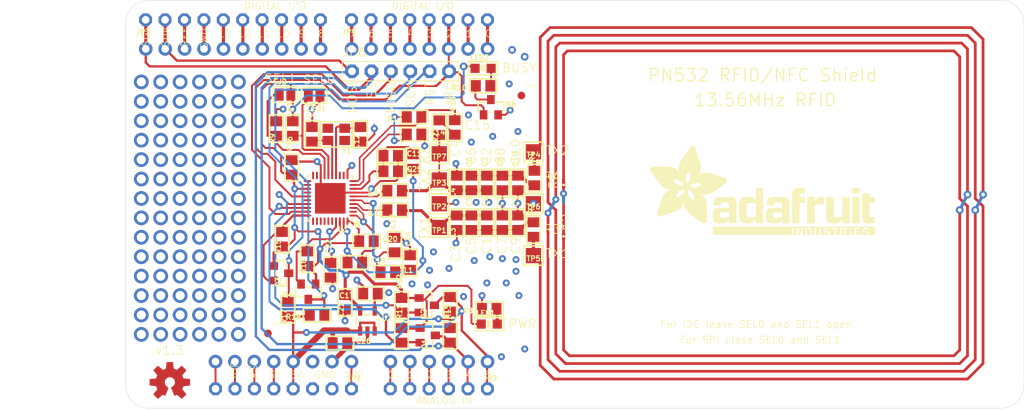
<source format=kicad_pcb>
(kicad_pcb (version 20211014) (generator pcbnew)
  (layers (0 "F.Cu" signal) (31 "B.Cu" signal) (34 "B.Paste" user) (35 "F.Paste" user) (36 "B.SilkS" user "B.Silkscreen") (37 "F.SilkS" user "F.Silkscreen") (38 "B.Mask" user) (39 "F.Mask" user) (44 "Edge.Cuts" user))
  (net 0 "")
  (net 1 "VDD")
  (net 2 "GND")
  (net 3 "N$1")
  (net 4 "N$2")
  (net 5 "N$3")
  (net 6 "N$7")
  (net 7 "N$8")
  (net 8 "N$10")
  (net 9 "N$11")
  (net 10 "N$9")
  (net 11 "N$12")
  (net 12 "SEL0")
  (net 13 "SEL1")
  (net 14 "AUX1")
  (net 15 "AUX2")
  (net 16 "P35")
  (net 17 "P30/UART_RX")
  (net 18 "IRQ")
  (net 19 "RSTOUT_N")
  (net 20 "NSS/SCL/RX")
  (net 21 "MOSI/SDA/TX")
  (net 22 "MISO")
  (net 23 "SCK")
  (net 24 "P31")
  (net 25 "P32")
  (net 26 "P33")
  (net 27 "P34/SIC_CLK")
  (net 28 "SIGOUT")
  (net 29 "SIGIN")
  (net 30 "RSTPD_N")
  (net 31 "TX1_ANTENNA")
  (net 32 "TX2_ANTENNA")
  (net 33 "N$4")
  (net 34 "N$5")
  (net 35 "N$13")
  (net 36 "N$14")
  (net 37 "N$6")
  (net 38 "5.0V")
  (net 39 "MOSI/SDA_5.0V")
  (net 40 "NSS/SCL_5.0V")
  (net 41 "RSTPD_N_5.0V")
  (net 42 "N$15")
  (net 43 "N$16")
  (net 44 "N$17")
  (net 45 "N$18")
  (net 46 "N$19")
  (net 47 "N$20")
  (net 48 "N$21")
  (net 49 "N$22")
  (net 50 "N$23")
  (net 51 "N$24")
  (net 52 "N$25")
  (net 53 "N$26")
  (net 54 "N$27")
  (net 55 "N$28")
  (net 56 "N$29")
  (net 57 "N$30")
  (net 58 "N$31")
  (net 59 "N$32")
  (net 60 "N$33")
  (net 61 "N$34")
  (net 62 "N$35")
  (net 63 "N$37")
  (net 64 "N$38")
  (net 65 "SCK_5.0V")
  (net 66 "N$39")
  (net 67 "N$40")
  (net 68 "N$41")
  (net 69 "N$42")
  (net 70 "N$43")
  (net 71 "N$44")
  (net 72 "N$45")
  (net 73 "N$46")
  (net 74 "N$47")
  (net 75 "N$48")
  (net 76 "N$49")
  (net 77 "N$50")
  (net 78 "N$51")
  (net 79 "N$52")
  (net 80 "N$62")
  (net 81 "N$63")
  (net 82 "N$64")
  (net 83 "N$65")
  (net 84 "N$66")
  (net 85 "N$67")
  (net 86 "N$68")
  (net 87 "N$69")
  (net 88 "N$70")
  (net 89 "N$71")
  (net 90 "N$72")
  (net 91 "N$73")
  (net 92 "N$74")
  (net 93 "N$75")
  (net 94 "N$76")
  (net 95 "N$77")
  (net 96 "N$78")
  (net 97 "N$79")
  (net 98 "N$80")
  (net 99 "N$81")
  (net 100 "N$82")
  (net 101 "N$83")
  (net 102 "N$84")
  (net 103 "N$85")
  (net 104 "N$86")
  (net 105 "N$87")
  (net 106 "N$88")
  (net 107 "N$89")
  (net 108 "N$90")
  (net 109 "N$91")
  (net 110 "N$92")
  (net 111 "N$93")
  (net 112 "N$94")
  (net 113 "N$95")
  (net 114 "N$96")
  (net 115 "N$97")
  (net 116 "N$98")
  (net 117 "N$99")
  (net 118 "N$100")
  (net 119 "N$101")
  (net 120 "N$102")
  (net 121 "N$103")
  (net 122 "N$104")
  (net 123 "N$105")
  (net 124 "N$106")
  (net 125 "N$107")
  (net 126 "N$108")
  (net 127 "N$109")
  (net 128 "N$110")
  (net 129 "N$111")
  (net 130 "N$112")
  (net 131 "N$113")
  (net 132 "N$114")
  (net 133 "N$115")
  (net 134 "N$116")
  (net 135 "N$117")
  (net 136 "N$118")
  (net 137 "N$119")
  (net 138 "N$120")
  (net 139 "N$121")
  (net 140 "N$122")
  (net 141 "N$123")
  (net 142 "N$124")
  (net 143 "N$125")
  (net 144 "N$126")
  (net 145 "N$127")
  (net 146 "N$128")
  (net 147 "N$129")
  (net 148 "N$130")
  (net 149 "N$131")
  (net 150 "N$36")
  (net 151 "N$53")
  (net 152 "N$54")
  (net 153 "N$55")
  (net 154 "VCC")
  (footprint "Adafruit_PN532_Shield_v1.3:0805" (layer "F.Cu") (at 118.4366 117.8326 -90)
    (fp_text reference "C21")
    (fp_text value "10µF")
  )
  (footprint "Adafruit_PN532_Shield_v1.3:SOT23-WIDE" (layer "F.Cu") (at 129.2606 122.1486 -90)
    (fp_text reference "Q1")
    (fp_text value "BSS138")
  )
  (footprint "Adafruit_PN532_Shield_v1.3:0805" (layer "F.Cu") (at 133.0636 107.4126 -90)
    (fp_text reference "C3")
    (fp_text value "220pF")
  )
  (footprint "Adafruit_PN532_Shield_v1.3:0805" (layer "F.Cu") (at 133.0636 102.2136 -90)
    (fp_text reference "C4")
    (fp_text value "220pF")
  )
  (footprint "Adafruit_PN532_Shield_v1.3:0805" (layer "F.Cu") (at 127.3406 99.4156 -90)
    (fp_text reference "L2")
    (fp_text value "FERRITE")
  )
  (footprint "Adafruit_PN532_Shield_v1.3:0805" (layer "F.Cu") (at 114.7826 119.4816 180)
    (fp_text reference "R18")
    (fp_text value "10K")
  )
  (footprint "Adafruit_PN532_Shield_v1.3:0805" (layer "F.Cu") (at 110.2106 109.5756 -90)
    (fp_text reference "R15")
    (fp_text value "10K")
  )
  (footprint "Adafruit_PN532_Shield_v1.3:1X06_ROUND_70" (layer "F.Cu") (at 130.7338 125.5776 180)
    (fp_text reference "JP2")
    (fp_text value "")
  )
  (footprint "Adafruit_PN532_Shield_v1.3:0805" (layer "F.Cu") (at 134.9686 102.2136 90)
    (fp_text reference "C6")
    (fp_text value "NC")
  )
  (footprint "Adafruit_PN532_Shield_v1.3:TESTPOINT_PAD_2MM" (layer "F.Cu") (at 130.7696 101.8276 180)
    (fp_text reference "TP3")
    (fp_text value "TX2_POST")
  )
  (footprint "Adafruit_PN532_Shield_v1.3:0805" (layer "F.Cu") (at 121.2446 109.8296)
    (fp_text reference "C20")
    (fp_text value "0.1µF")
  )
  (footprint "Adafruit_PN532_Shield_v1.3:SOT23-5" (layer "F.Cu") (at 121.3736 120.2786)
    (fp_text reference "U2")
    (fp_text value "ADP122(3.3V)")
  )
  (footprint "Adafruit_PN532_Shield_v1.3:0805" (layer "F.Cu") (at 125.8316 122.1486 90)
    (fp_text reference "R11")
    (fp_text value "10K")
  )
  (footprint "Adafruit_PN532_Shield_v1.3:SOLDERJUMPER_REFLOW_NOPASTE" (layer "F.Cu") (at 114.4016 90.7796 180)
    (fp_text reference "SJ1")
    (fp_text value "")
  )
  (footprint "Adafruit_PN532_Shield_v1.3:OSHWLOGO_TOP_0.2" (layer "F.Cu") (at 95.5276 128.2856)
    (fp_text reference "U$50" hide)
    (fp_text value "" hide)
  )
  (footprint "Adafruit_PN532_Shield_v1.3:0805" (layer "F.Cu") (at 119.7206 112.6236)
    (fp_text reference "C18")
    (fp_text value "10µF")
  )
  (footprint "Adafruit_PN532_Shield_v1.3:0805" (layer "F.Cu") (at 120.4666 95.8556 -90)
    (fp_text reference "C12")
    (fp_text value "33pF")
  )
  (footprint "Adafruit_PN532_Shield_v1.3:0805" (layer "F.Cu") (at 125.8316 118.2116 90)
    (fp_text reference "R12")
    (fp_text value "10K")
  )
  (footprint "" (layer "F.Cu") (at 204.0636 81.5086)
    (fp_text reference "@HOLE1" hide)
    (fp_text value "")
  )
  (footprint "Adafruit_PN532_Shield_v1.3:0805" (layer "F.Cu") (at 139.0246 107.4126 90)
    (fp_text reference "C7")
    (fp_text value "100pF")
  )
  (footprint "Adafruit_PN532_Shield_v1.3:SOLDERJUMPER_REFLOW_NOPASTE" (layer "F.Cu") (at 110.5916 90.6526)
    (fp_text reference "SJ2")
    (fp_text value "")
  )
  (footprint "Adafruit_PN532_Shield_v1.3:TESTPOINT_PAD_2MM" (layer "F.Cu") (at 143.0806 111.7166 180)
    (fp_text reference "TP5")
    (fp_text value "TX1_PRE")
  )
  (footprint "Adafruit_PN532_Shield_v1.3:0805" (layer "F.Cu") (at 116.5456 113.6396 90)
    (fp_text reference "C22")
    (fp_text value "10µF")
  )
  (footprint "Adafruit_PN532_Shield_v1.3:0805" (layer "F.Cu") (at 121.7676 116.6876 180)
    (fp_text reference "C17")
    (fp_text value "0.1µF")
  )
  (footprint "Adafruit_PN532_Shield_v1.3:FIDUCIAL-1X2.5" (layer "F.Cu") (at 141.5086 90.7796 180)
    (fp_text reference "FID2" hide)
    (fp_text value "FIDUCIAL1X2.5" hide)
  )
  (footprint "Adafruit_PN532_Shield_v1.3:0805" (layer "F.Cu") (at 113.5126 112.1156 -90)
    (fp_text reference "R16")
    (fp_text value "10K")
  )
  (footprint "Adafruit_PN532_Shield_v1.3:TESTPOINT_PAD_2MM" (layer "F.Cu") (at 130.7696 108.0336 180)
    (fp_text reference "TP1")
    (fp_text value "TX1_POST")
  )
  (footprint "Adafruit_PN532_Shield_v1.3:0805" (layer "F.Cu") (at 124.4196 98.6536)
    (fp_text reference "C11")
    (fp_text value "0.1µF")
  )
  (footprint "Adafruit_PN532_Shield_v1.3:0805" (layer "F.Cu") (at 143.2076 101.5706 90)
    (fp_text reference "R4")
    (fp_text value "1.5")
  )
  (footprint "Adafruit_PN532_Shield_v1.3:0805" (layer "F.Cu") (at 126.9556 112.6236 90)
    (fp_text reference "C24")
    (fp_text value "0.1µF")
  )
  (footprint "Adafruit_PN532_Shield_v1.3:1X10_ROUND70" (layer "F.Cu") (at 103.8098 84.6836)
    (fp_text reference "JP3")
    (fp_text value "")
  )
  (footprint "Adafruit_PN532_Shield_v1.3:1X08_ROUND_70" (layer "F.Cu") (at 110.3884 125.5776 180)
    (fp_text reference "JP1")
    (fp_text value "")
  )
  (footprint "Adafruit_PN532_Shield_v1.3:0805" (layer "F.Cu") (at 114.1166 95.8556 90)
    (fp_text reference "C13")
    (fp_text value "33pF")
  )
  (footprint "Adafruit_PN532_Shield_v1.3:SOT23-WIDE" (layer "F.Cu") (at 113.6396 116.4336 180)
    (fp_text reference "Q4")
    (fp_text value "BSS138")
  )
  (footprint "Adafruit_PN532_Shield_v1.3:CHIPLED_0805" (layer "F.Cu") (at 137.3036 120.6666 -90)
    (fp_text reference "LED1")
    (fp_text value "PWR")
  )
  (footprint "Adafruit_PN532_Shield_v1.3:SOT23-WIDE" (layer "F.Cu") (at 129.1336 118.2116 -90)
    (fp_text reference "Q2")
    (fp_text value "BSS138")
  )
  (footprint "Adafruit_PN532_Shield_v1.3:0805" (layer "F.Cu") (at 141.0526 107.4126 90)
    (fp_text reference "C9")
    (fp_text value "NC")
  )
  (footprint "Adafruit_PN532_Shield_v1.3:CRYSTAL_3.2X2.5" (layer "F.Cu") (at 117.2916 95.8596 180)
    (fp_text reference "Y1")
    (fp_text value "27.12MHz")
  )
  (footprint "Adafruit_PN532_Shield_v1.3:0805" (layer "F.Cu") (at 143.0846 108.3096 90)
    (fp_text reference "R3")
    (fp_text value "1.5")
  )
  (footprint "Adafruit_PN532_Shield_v1.3:0805" (layer "F.Cu") (at 124.9236 110.3376 90)
    (fp_text reference "C19")
    (fp_text value "10µF")
  )
  (footprint "Adafruit_PN532_Shield_v1.3:R0201" (layer "F.Cu") (at 147.0256 102.4636 90)
    (fp_text reference "R6")
    (fp_text value "NC")
  )
  (footprint "Adafruit_PN532_Shield_v1.3:ARDUINOR3-NODIM" (layer "F.Cu") (at 73.5636 131.6736)
    (fp_text reference "U3" hide)
    (fp_text value "ARDUINOR3NODIM" hide)
  )
  (footprint "Adafruit_PN532_Shield_v1.3:1X08_ROUND_70" (layer "F.Cu") (at 128.1938 84.6836)
    (fp_text reference "JP4")
    (fp_text value "")
  )
  (footprint "Adafruit_PN532_Shield_v1.3:0805" (layer "F.Cu") (at 136.9966 102.2136 90)
    (fp_text reference "C2")
    (fp_text value "22pF")
  )
  (footprint "Adafruit_PN532_Shield_v1.3:0805" (layer "F.Cu") (at 136.4996 89.5096 180)
    (fp_text reference "R10")
    (fp_text value "TBD")
  )
  (footprint "Adafruit_PN532_Shield_v1.3:0805" (layer "F.Cu") (at 117.7756 123.1576)
    (fp_text reference "C26")
    (fp_text value "10µF")
  )
  (footprint "Adafruit_PN532_Shield_v1.3:TESTPOINT_PAD_2MM" (layer "F.Cu") (at 130.7696 104.9306 180)
    (fp_text reference "TP2")
    (fp_text value "TGND")
  )
  (footprint "Adafruit_PN532_Shield_v1.3:1X06-BIG" (layer "F.Cu") (at 125.7046 87.6046)
    (fp_text reference "JP6")
    (fp_text value "")
  )
  (footprint "Adafruit_PN532_Shield_v1.3:0805" (layer "F.Cu") (at 132.8006 94.9556 90)
    (fp_text reference "C15")
    (fp_text value "1000pF")
  )
  (footprint "Adafruit_PN532_Shield_v1.3:0805" (layer "F.Cu") (at 124.9276 103.2256 180)
    (fp_text reference "L4")
    (fp_text value "560nH")
  )
  (footprint "Adafruit_PN532_Shield_v1.3:0805" (layer "F.Cu") (at 124.4196 100.6856)
    (fp_text reference "C25")
    (fp_text value "10µF")
  )
  (footprint "Adafruit_PN532_Shield_v1.3:0805" (layer "F.Cu") (at 132.1816 122.1486 90)
    (fp_text reference "R13")
    (fp_text value "10K")
  )
  (footprint "Adafruit_PN532_Shield_v1.3:0805" (layer "F.Cu") (at 136.9966 107.4126 90)
    (fp_text reference "C1")
    (fp_text value "22pF")
  )
  (footprint "Adafruit_PN532_Shield_v1.3:0805" (layer "F.Cu") (at 127.4716 95.8636)
    (fp_text reference "C14")
    (fp_text value "0.1µF")
  )
  (footprint "Adafruit_PN532_Shield_v1.3:0805" (layer "F.Cu") (at 127.4716 93.5856 180)
    (fp_text reference "R1")
    (fp_text value "1.0K")
  )
  (footprint "Adafruit_PN532_Shield_v1.3:0805" (layer "F.Cu") (at 141.0526 102.2136 90)
    (fp_text reference "C10")
    (fp_text value "NC")
  )
  (footprint "Adafruit_PN532_Shield_v1.3:FIDUCIAL-1X2.5" (layer "F.Cu") (at 108.3616 121.8946 180)
    (fp_text reference "FID1" hide)
    (fp_text value "FIDUCIAL1X2.5" hide)
  )
  (footprint "Adafruit_PN532_Shield_v1.3:0805" (layer "F.Cu") (at 134.9686 107.4126 90)
    (fp_text reference "C5")
    (fp_text value "NC")
  )
  (footprint "" (layer "F.Cu") (at 141.8336 81.5086)
    (fp_text reference "@HOLE0" hide)
    (fp_text value "")
  )
  (footprint "Adafruit_PN532_Shield_v1.3:TESTPOINT_PAD_2MM" (layer "F.Cu") (at 143.0806 98.1446 180)
    (fp_text reference "TP4")
    (fp_text value "TX2_PRE")
  )
  (footprint "Adafruit_PN532_Shield_v1.3:CHIPLED_0805" (layer "F.Cu") (at 136.4996 87.2236 -90)
    (fp_text reference "LED2")
    (fp_text value "IRQ")
  )
  (footprint "Adafruit_PN532_Shield_v1.3:R0201" (layer "F.Cu") (at 147.0256 109.1946 -90)
    (fp_text reference "R5")
    (fp_text value "NC")
  )
  (footprint "Adafruit_PN532_Shield_v1.3:0805" (layer "F.Cu") (at 124.0386 113.8936)
    (fp_text reference "L1")
    (fp_text value "FERRITE")
  )
  (footprint "Adafruit_PN532_Shield_v1.3:0805" (layer "F.Cu") (at 130.7696 94.9746 -90)
    (fp_text reference "R2")
    (fp_text value "1.69K")
  )
  (footprint "Adafruit_PN532_Shield_v1.3:SOT23-WIDE" (layer "F.Cu") (at 137.5156 92.3036)
    (fp_text reference "Q6")
    (fp_text value "BSS138")
  )
  (footprint "Adafruit_PN532_Shield_v1.3:TESTPOINT_PAD_2MM" (layer "F.Cu") (at 130.7696 98.3996 180)
    (fp_text reference "TP7")
    (fp_text value "RX")
  )
  (footprint "Adafruit_PN532_Shield_v1.3:0805" (layer "F.Cu") (at 109.4486 95.0976 -90)
    (fp_text reference "R9")
    (fp_text value "10K")
  )
  (footprint "Adafruit_PN532_Shield_v1.3:TESTPOINT_PAD_2MM" (layer "F.Cu") (at 143.0766 104.9306 180)
    (fp_text reference "TP6")
    (fp_text value "TGND")
  )
  (footprint "Adafruit_PN532_Shield_v1.3:HVQFN40-6X6" (layer "F.Cu") (at 116.5136 104.2236 180)
    (fp_text reference "U1")
    (fp_text value "PN532")
  )
  (footprint "" (layer "F.Cu") (at 204.0636 128.4986)
    (fp_text reference "@HOLE2" hide)
    (fp_text value "")
  )
  (footprint "Adafruit_PN532_Shield_v1.3:0805" (layer "F.Cu") (at 132.1816 118.0846 -90)
    (fp_text reference "R14")
    (fp_text value "10K")
  )
  (footprint "Adafruit_PN532_Shield_v1.3:0805" (layer "F.Cu") (at 124.9276 105.7656 180)
    (fp_text reference "L3")
    (fp_text value "560nH")
  )
  (footprint "Adafruit_PN532_Shield_v1.3:SOT23-WIDE" (layer "F.Cu") (at 110.0836 114.0206 -90)
    (fp_text reference "Q3")
    (fp_text value "BSS138")
  )
  (footprint "Adafruit_PN532_Shield_v1.3:ADAFRUIT_TEXT_30MM" (layer "F.Cu") (at 158.1056 108.9876)
    (fp_text reference "U$3" hide)
    (fp_text value "" hide)
  )
  (footprint "Adafruit_PN532_Shield_v1.3:0805" (layer "F.Cu") (at 111.6076 95.0976 90)
    (fp_text reference "R7")
    (fp_text value "10K")
  )
  (footprint "Adafruit_PN532_Shield_v1.3:0805" (layer "F.Cu") (at 137.3036 118.6666 180)
    (fp_text reference "R8")
    (fp_text value "TBD")
  )
  (footprint "" (layer "F.Cu") (at 141.8336 128.4986)
    (fp_text reference "@HOLE3" hide)
    (fp_text value "")
  )
  (footprint "Adafruit_PN532_Shield_v1.3:0805" (layer "F.Cu") (at 111.4656 100.1776 90)
    (fp_text reference "C16")
    (fp_text value "0.1µF")
  )
  (footprint "Adafruit_PN532_Shield_v1.3:0805" (layer "F.Cu") (at 110.9726 118.7196 -90)
    (fp_text reference "R17")
    (fp_text value "10K")
  )
  (footprint "Adafruit_PN532_Shield_v1.3:0805" (layer "F.Cu") (at 139.0246 102.2136 90)
    (fp_text reference "C8")
    (fp_text value "100pF")
  )
  (gr_line (start 89.7636 81.3336) (end 89.7636 128.6736) (layer "Edge.Cuts") (width 0.05))
  (gr_line (start 207.2386 128.6736) (end 207.2386 81.3336) (layer "Edge.Cuts") (width 0.05))
  (gr_arc (start 92.7636 131.6736) (mid 90.64228 130.79492) (end 89.7636 128.6736) (layer "Edge.Cuts") (width 0.05))
  (gr_arc (start 207.2386 128.6736) (mid 206.35245 130.798057) (end 204.2236 131.673602) (layer "Edge.Cuts") (width 0.05))
  (gr_line (start 92.7636 131.6736) (end 204.2236 131.6736) (layer "Edge.Cuts") (width 0.05))
  (gr_line (start 204.2236 78.3336) (end 92.7636 78.3336) (layer "Edge.Cuts") (width 0.05))
  (gr_arc (start 204.223599 78.333599) (mid 206.35245 79.209143) (end 207.2386 81.3336) (layer "Edge.Cuts") (width 0.05))
  (gr_arc (start 89.7636 81.3336) (mid 90.64228 79.21228) (end 92.7636 78.3336) (layer "Edge.Cuts") (width 0.05))
  (gr_text "RST" (at 128.8796 88.8746 90) (layer "F.SilkS") (effects (font (size 1.1684 1.1684) (thickness 0.1016)) (justify right top)))
  (gr_text "PWR" (at 139.7736 121.3446) (layer "F.SilkS") (effects (font (size 1.1684 1.1684) (thickness 0.1016)) (justify left bottom)))
  (gr_text "R3" (at 144.3776 108.9636) (layer "F.SilkS") (effects (font (size 1.1684 1.1684) (thickness 0.1016)) (justify left bottom)))
  (gr_text "C4" (at 133.5816 98.9036 90) (layer "F.SilkS") (effects (font (size 1.1684 1.1684) (thickness 0.1016)) (justify left bottom)))
  (gr_text "TX1" (at 128.1176 106.5276 90) (layer "F.SilkS") (effects (font (size 1.1684 1.1684) (thickness 0.1016)) (justify right top)))
  (gr_text "C8" (at 139.4356 99.9196 90) (layer "F.SilkS") (effects (font (size 1.1684 1.1684) (thickness 0.1016)) (justify left bottom)))
  (gr_text "SEL0" (at 112.8776 89.3826) (layer "F.SilkS") (effects (font (size 1.1684 1.1684) (thickness 0.1016)) (justify left bottom)))
  (gr_text "IRQ" (at 131.4196 88.8746 90) (layer "F.SilkS") (effects (font (size 1.1684 1.1684) (thickness 0.1016)) (justify right top)))
  (gr_text "C3" (at 133.5856 112.6316 90) (layer "F.SilkS") (effects (font (size 1.1684 1.1684) (thickness 0.1016)) (justify left bottom)))
  (gr_text "C10" (at 141.4716 99.9156 90) (layer "F.SilkS") (effects (font (size 1.1684 1.1684) (thickness 0.1016)) (justify left bottom)))
  (gr_text "13.56MHz RFID" (at 164.0016 92.3236) (layer "F.SilkS") (effects (font (size 1.63576 1.63576) (thickness 0.14224)) (justify left bottom)))
  (gr_text "C15" (at 133.9746 95.3356) (layer "F.SilkS") (effects (font (size 1.1684 1.1684) (thickness 0.1016)) (justify left bottom)))
  (gr_text "BUSY" (at 138.9126 87.8586) (layer "F.SilkS") (effects (font (size 1.1684 1.1684) (thickness 0.1016)) (justify left bottom)))
  (gr_text "SS" (at 121.2596 88.8746 90) (layer "F.SilkS") (effects (font (size 1.1684 1.1684) (thickness 0.1016)) (justify right top)))
  (gr_text "SEL1" (at 107.7976 89.2556) (layer "F.SilkS") (effects (font (size 1.1684 1.1684) (thickness 0.1016)) (justify left bottom)))
  (gr_text "MISO" (at 123.7996 88.8746 90) (layer "F.SilkS") (effects (font (size 1.1684 1.1684) (thickness 0.1016)) (justify right top)))
  (gr_text "RX" (at 128.1176 97.3836 90) (layer "F.SilkS") (effects (font (size 1.1684 1.1684) (thickness 0.1016)) (justify right top)))
  (gr_text "TX2" (at 144.6276 98.6536) (layer "F.SilkS") (effects (font (size 1.1684 1.1684) (thickness 0.1016)) (justify left bottom)))
  (gr_text "TX2" (at 128.1176 100.1776 90) (layer "F.SilkS") (effects (font (size 1.1684 1.1684) (thickness 0.1016)) (justify right top)))
  (gr_text "" (at 165.4556 122.7836) (layer "F.SilkS") (effects (font (size 0.93472 0.93472) (thickness 0.08128)) (justify left bottom)))
  (gr_text "L4" (at 123.4036 102.7176) (layer "F.SilkS") (effects (font (size 1.1684 1.1684) (thickness 0.1016)) (justify right top)))
  (gr_text "C1" (at 137.6496 111.6156 90) (layer "F.SilkS") (effects (font (size 1.1684 1.1684) (thickness 0.1016)) (justify left bottom)))
  (gr_text "R4" (at 144.3696 102.1096) (layer "F.SilkS") (effects (font (size 1.1684 1.1684) (thickness 0.1016)) (justify left bottom)))
  (gr_text "C9" (at 141.4716 111.6156 90) (layer "F.SilkS") (effects (font (size 1.1684 1.1684) (thickness 0.1016)) (justify left bottom)))
  (gr_text "C7" (at 139.6896 111.6156 90) (layer "F.SilkS") (effects (font (size 1.1684 1.1684) (thickness 0.1016)) (justify left bottom)))
  (gr_text "TX1" (at 144.6276 112.1156) (layer "F.SilkS") (effects (font (size 1.1684 1.1684) (thickness 0.1016)) (justify left bottom)))
  (gr_text "C5" (at 135.6176 111.6156 90) (layer "F.SilkS") (effects (font (size 1.1684 1.1684) (thickness 0.1016)) (justify left bottom)))
  (gr_text "For I2C leave SEL0 and SEL1 open" (at 159.6136 121.2596) (layer "F.SilkS") (effects (font (size 0.93472 0.93472) (thickness 0.08128)) (justify left bottom)))
  (gr_text "MOSI" (at 118.7196 88.8746 90) (layer "F.SilkS") (effects (font (size 1.1684 1.1684) (thickness 0.1016)) (justify right top)))
  (gr_text "L3" (at 123.4036 105.2576) (layer "F.SilkS") (effects (font (size 1.1684 1.1684) (thickness 0.1016)) (justify right top)))
  (gr_text "C2" (at 137.6536 99.9196 90) (layer "F.SilkS") (effects (font (size 1.1684 1.1684) (thickness 0.1016)) (justify left bottom)))
  (gr_text "C6" (at 135.6176 99.9196 90) (layer "F.SilkS") (effects (font (size 1.1684 1.1684) (thickness 0.1016)) (justify left bottom)))
  (gr_text "PN532 RFID/NFC Shield" (at 157.9536 89.0696) (layer "F.SilkS") (effects (font (size 1.63576 1.63576) (thickness 0.14224)) (justify left bottom)))
  (gr_text "v1.3" (at 93.5886 124.8156) (layer "F.SilkS") (effects (font (size 1.1684 1.1684) (thickness 0.1016)) (justify left bottom)))
  (gr_text "SCK" (at 126.3396 88.8746 90) (layer "F.SilkS") (effects (font (size 1.1684 1.1684) (thickness 0.1016)) (justify right top)))
  (gr_text "For SPI close SEL0 and SEL1" (at 162.1536 123.2916) (layer "F.SilkS") (effects (font (size 0.93472 0.93472) (thickness 0.08128)) (justify left bottom)))
  (segment (start 125.8316 117.1956) (end 125.8976 117.2616) (width 0.3048) (layer "F.Cu") (net 1))
  (segment (start 114.9096 108.5596) (end 112.3696 108.5596) (width 0.254) (layer "F.Cu") (net 1))
  (segment (start 111.6076 100.9856) (end 111.6076 100.9396) (width 0.3048) (layer "F.Cu") (net 1))
  (segment (start 129.1336 120.3256) (end 128.2606 121.1986) (width 0.254) (layer "F.Cu") (net 1))
  (segment (start 113.5126 113.0656) (end 114.6556 114.2086) (width 0.3048) (layer "F.Cu") (net 1))
  (segment (start 114.4676 113.0656) (end 114.9096 112.6236) (width 0.254) (layer "F.Cu") (net 1))
  (segment (start 111.6076 100.9396) (end 110.3376 100.9396) (width 0.254) (layer "F.Cu") (net 1))
  (segment (start 108.3056 89.2556) (end 111.3536 89.2556) (width 0.254) (layer "F.Cu") (net 1))
  (segment (start 125.8316 117.2616) (end 125.8316 117.1956) (width 0.3048) (layer "F.Cu") (net 1))
  (segment (start 135.1446 120.6666) (end 136.2536 120.6666) (width 0.254) (layer "F.Cu") (net 1))
  (segment (start 110.3376 110.5916) (end 110.5916 110.3376) (width 0.254) (layer "F.Cu") (net 1))
  (segment (start 118.6906 117.2246) (end 118.7196 117.1956) (width 0.4064) (layer "F.Cu") (net 1))
  (segment (start 111.3536 89.2556) (end 111.3536 90.6526) (width 0.254) (layer "F.Cu") (net 1))
  (segment (start 120.2436 108.3056) (end 120.2436 109.7786) (width 0.254) (layer "F.Cu") (net 1))
  (segment (start 128.1336 117.2616) (end 128.3216 117.4496) (width 0.254) (layer "F.Cu") (net 1))
  (segment (start 111.6076 92.5576) (end 111.6076 94.1476) (width 0.254) (layer "F.Cu") (net 1))
  (segment (start 122.2756 115.4176) (end 120.7516 113.8936) (width 0.4064) (layer "F.Cu") (net 1))
  (segment (start 112.1176 102.9736) (end 113.5236 102.9736) (width 0.254) (layer "F.Cu") (net 1))
  (segment (start 110.2106 110.5256) (end 110.6576 110.5256) (width 0.3048) (layer "F.Cu") (net 1))
  (segment (start 119.1516 107.2136) (end 120.2436 108.3056) (width 0.254) (layer "F.Cu") (net 1))
  (segment (start 110.0836 98.6536) (end 109.0676 97.6376) (width 0.254) (layer "F.Cu") (net 1))
  (segment (start 113.5126 113.0656) (end 114.4676 113.0656) (width 0.254) (layer "F.Cu") (net 1))
  (segment (start 111.8616 102.9716) (end 111.6076 100.9856) (width 0.3048) (layer "F.Cu") (net 1))
  (segment (start 125.8926 121.2596) (end 125.8316 121.1986) (width 0.3048) (layer "F.Cu") (net 1))
  (segment (start 111.0996 110.3376) (end 111.8616 109.5756) (width 0.254) (layer "F.Cu") (net 1))
  (segment (start 133.9596 86.9696) (end 135.1956 86.9696) (width 0.254) (layer "F.Cu") (net 1))
  (segment (start 111.8616 102.9716) (end 112.1176 102.9736) (width 0.254) (layer "F.Cu") (net 1))
  (segment (start 114.6556 114.2086) (end 114.6556 115.3676) (width 0.3048) (layer "F.Cu") (net 1))
  (segment (start 129.1336 117.7036) (end 129.1336 120.3256) (width 0.254) (layer "F.Cu") (net 1))
  (segment (start 111.6076 100.9856) (end 111.4656 101.1276) (width 0.3048) (layer "F.Cu") (net 1))
  (segment (start 120.0406 110.0836) (end 120.2946 109.8296) (width 0.254) (layer "F.Cu") (net 1))
  (segment (start 128.8796 117.4496) (end 129.1336 117.7036) (width 0.254) (layer "F.Cu") (net 1))
  (segment (start 110.0836 100.6856) (end 110.0836 98.6536) (width 0.254) (layer "F.Cu") (net 1))
  (segment (start 135.1956 86.9696) (end 135.4496 87.2236) (width 0.254) (layer "F.Cu") (net 1))
  (segment (start 111.3536 90.6526) (end 111.3536 90.2716) (width 0.254) (layer "F.Cu") (net 1))
  (segment (start 120.4236 118.6456) (end 120.4236 118.9785) (width 0.4064) (layer "F.Cu") (net 1))
  (segment (start 112.3696 108.5596) (end 111.8616 108.0516) (width 0.254) (layer "F.Cu") (net 1))
  (segment (start 130.6576 115.6716) (end 134.4676 115.6716) (width 0.254) (layer "F.Cu") (net 1))
  (segment (start 120.7516 113.8936) (end 118.9736 113.8936) (width 0.4064) (layer "F.Cu") (net 1))
  (segment (start 110.5916 110.3376) (end 111.0996 110.3376) (width 0.254) (layer "F.Cu") (net 1))
  (segment (start 111.3536 90.0176) (end 111.6076 90.2716) (width 0.254) (layer "F.Cu") (net 1))
  (segment (start 109.0836 113.0706) (end 109.0836 111.3376) (width 0.254) (layer "F.Cu") (net 1))
  (segment (start 110.3376 100.9396) (end 110.0836 100.6856) (width 0.254) (layer "F.Cu") (net 1))
  (segment (start 114.6556 115.3676) (end 114.5896 115.4336) (width 0.3048) (layer "F.Cu") (net 1))
  (segment (start 118.9736 117.1956) (end 120.4236 118.6456) (width 0.4064) (layer "F.Cu") (net 1))
  (segment (start 118.4656 114.4016) (end 118.4656 116.8536) (width 0.4064) (layer "F.Cu") (net 1))
  (segment (start 110.2106 110.5256) (end 110.2716 110.5256) (width 0.254) (layer "F.Cu") (net 1))
  (segment (start 107.5436 90.0176) (end 108.3056 89.2556) (width 0.254) (layer "F.Cu") (net 1))
  (segment (start 111.6076 90.2716) (end 111.6076 92.5576) (width 0.254) (layer "F.Cu") (net 1))
  (segment (start 108.0516 97.6376) (end 107.5436 97.1296) (width 0.254) (layer "F.Cu") (net 1))
  (segment (start 125.8316 117.2616) (end 125.8316 116.1796) (width 0.4064) (layer "F.Cu") (net 1))
  (segment (start 134.4676 115.6716) (end 134.9756 116.1796) (width 0.254) (layer "F.Cu") (net 1))
  (segment (start 107.5436 97.1296) (end 107.5436 90.0176) (width 0.254) (layer "F.Cu") (net 1))
  (segment (start 118.5926 114.2746) (end 118.4656 114.4016) (width 0.4064) (layer "F.Cu") (net 1))
  (segment (start 110.2716 110.5256) (end 110.3376 110.5916) (width 0.254) (layer "F.Cu") (net 1))
  (segment (start 128.8796 117.4496) (end 130.6576 115.6716) (width 0.254) (layer "F.Cu") (net 1))
  (segment (start 117.1956 110.0836) (end 115.9256 110.0836) (width 0.254) (layer "F.Cu") (net 1))
  (segment (start 110.0836 110.3376) (end 110.2106 110.4646) (width 0.254) (layer "F.Cu") (net 1))
  (segment (start 134.9756 116.1796) (end 134.9756 120.4976) (width 0.254) (layer "F.Cu") (net 1))
  (segment (start 118.4366 116.8826) (end 118.6906 117.2246) (width 0.4064) (layer "F.Cu") (net 1))
  (segment (start 118.9736 113.8936) (end 118.5926 114.2746) (width 0.4064) (layer "F.Cu") (net 1))
  (segment (start 109.0836 111.3376) (end 110.0836 110.3376) (width 0.254) (layer "F.Cu") (net 1))
  (segment (start 125.8976 117.2616) (end 128.1336 117.2616) (width 0.3048) (layer "F.Cu") (net 1))
  (segment (start 125.0696 115.4176) (end 122.2756 115.4176) (width 0.4064) (layer "F.Cu") (net 1))
  (segment (start 115.9256 110.0836) (end 115.1636 110.8456) (width 0.254) (layer "F.Cu") (net 1))
  (segment (start 128.3216 117.4496) (end 128.8796 117.4496) (width 0.254) (layer "F.Cu") (net 1))
  (segment (start 114.9096 112.6236) (end 114.9096 111.0996) (width 0.254) (layer "F.Cu") (net 1))
  (segment (start 118.7636 107.2136) (end 119.1516 107.2136) (width 0.254) (layer "F.Cu") (net 1))
  (segment (start 111.8616 109.5756) (end 111.8616 108.0516) (width 0.254) (layer "F.Cu") (net 1))
  (segment (start 117.1956 110.0836) (end 120.0406 110.0836) (width 0.254) (layer "F.Cu") (net 1))
  (segment (start 118.7196 117.1956) (end 118.9736 117.1956) (width 0.4064) (layer "F.Cu") (net 1))
  (segment (start 118.4656 116.8536) (end 118.4366 116.8826) (width 0.4064) (layer "F.Cu") (net 1))
  (segment (start 134.9756 120.4976) (end 135.1446 120.6666) (width 0.254) (layer "F.Cu") (net 1))
  (segment (start 128.1996 121.2596) (end 125.8926 121.2596) (width 0.3048) (layer "F.Cu") (net 1))
  (segment (start 114.9096 111.0996) (end 115.1636 110.8456) (width 0.254) (layer "F.Cu") (net 1))
  (segment (start 120.2436 109.7786) (end 120.2946 109.8296) (width 0.254) (layer "F.Cu") (net 1))
  (segment (start 125.8316 116.1796) (end 125.0696 115.4176) (width 0.4064) (layer "F.Cu") (net 1))
  (segment (start 109.0676 97.6376) (end 108.0516 97.6376) (width 0.254) (layer "F.Cu") (net 1))
  (segment (start 128.2606 121.1986) (end 128.1996 121.2596) (width 0.3048) (layer "F.Cu") (net 1))
  (segment (start 110.2106 110.4646) (end 110.2106 110.5256) (width 0.254) (layer "F.Cu") (net 1))
  (segment (start 111.3536 90.6526) (end 111.3536 90.0176) (width 0.254) (layer "F.Cu") (net 1))
  (via (at 114.9096 108.5596) (size 0.908) (drill 0.4) (layers "F.Cu" "B.Cu") (net 1))
  (via (at 133.9596 86.9696) (size 1.008) (drill 0.5) (layers "F.Cu" "B.Cu") (net 1))
  (via (at 111.6076 92.5576) (size 0.908) (drill 0.4) (layers "F.Cu" "B.Cu") (net 1))
  (via (at 115.1636 110.8456) (size 0.908) (drill 0.4) (layers "F.Cu" "B.Cu") (net 1))
  (via (at 118.5926 114.2746) (size 0.908) (drill 0.4) (layers "F.Cu" "B.Cu") (net 1))
  (via (at 111.8616 108.0516) (size 0.908) (drill 0.4) (layers "F.Cu" "B.Cu") (net 1))
  (via (at 111.8616 102.9716) (size 0.908) (drill 0.4) (layers "F.Cu" "B.Cu") (net 1))
  (segment (start 118.0996 92.4456) (end 116.4336 90.7796) (width 0.254) (layer "B.Cu") (net 1))
  (segment (start 116.4336 113.6396) (end 117.9576 113.6396) (width 0.4064) (layer "B.Cu") (net 1))
  (segment (start 128.8796 91.0336) (end 133.4516 91.0336) (width 0.254) (layer "B.Cu") (net 1))
  (segment (start 133.4516 91.0336) (end 133.9596 90.5256) (width 0.254) (layer "B.Cu") (net 1))
  (segment (start 127.4676 92.4456) (end 118.0996 92.4456) (width 0.254) (layer "B.Cu") (net 1))
  (segment (start 115.1636 110.8456) (end 115.1636 108.8136) (width 0.254) (layer "B.Cu") (net 1))
  (segment (start 116.4336 90.7796) (end 113.3856 90.7796) (width 0.254) (layer "B.Cu") (net 1))
  (segment (start 113.3856 90.7796) (end 111.6076 92.5576) (width 0.254) (layer "B.Cu") (net 1))
  (segment (start 115.1636 112.3696) (end 116.4336 113.6396) (width 0.4064) (layer "B.Cu") (net 1))
  (segment (start 117.9576 113.6396) (end 118.5926 114.2746) (width 0.4064) (layer "B.Cu") (net 1))
  (segment (start 115.1636 110.8456) (end 115.1636 112.3696) (width 0.4064) (layer "B.Cu") (net 1))
  (segment (start 133.9596 90.5256) (end 133.9596 86.9696) (width 0.254) (layer "B.Cu") (net 1))
  (segment (start 127.4676 92.4456) (end 128.8796 91.0336) (width 0.254) (layer "B.Cu") (net 1))
  (segment (start 115.1636 108.8136) (end 114.9096 108.5596) (width 0.254) (layer "B.Cu") (net 1))
  (segment (start 111.8616 108.0516) (end 111.8616 102.9716) (width 0.254) (layer "B.Cu") (net 1))
  (segment (start 118.4506 120.2436) (end 118.4656 120.4976) (width 0.4064) (layer "F.Cu") (net 2))
  (segment (start 118.7256 123.1646) (end 121.3736 123.1646) (width 0.4064) (layer "F.Cu") (net 2))
  (segment (start 119.5036 103.4736) (end 121.5196 103.4736) (width 0.254) (layer "F.Cu") (net 2))
  (segment (start 143.1306 104.8766) (end 143.0886 104.8766) (width 0.254) (layer "F.Cu") (net 2))
  (segment (start 114.1476 92.5576) (end 115.1636 91.5416) (width 0.254) (layer "F.Cu") (net 2))
  (segment (start 116.5456 114.5896) (end 116.5456 114.6556) (width 0.3048) (layer "F.Cu") (net 2))
  (segment (start 111.3536 99.3396) (end 111.3536 99.4156) (width 0.3048) (layer "F.Cu") (net 2))
  (segment (start 139.0246 106.4626) (end 139.0246 104.8766) (width 0.254) (layer "F.Cu") (net 2))
  (segment (start 133.0636 99.7896) (end 132.9436 99.6696) (width 0.254) (layer "F.Cu") (net 2))
  (segment (start 141.0526 104.8726) (end 141.0526 103.1636) (width 0.254) (layer "F.Cu") (net 2))
  (segment (start 121.8946 103.0986) (end 121.8796 103.0836) (width 0.254) (layer "F.Cu") (net 2))
  (segment (start 147.0256 102.7186) (end 147.0256 101.8286) (width 0.4064) (layer "F.Cu") (net 2))
  (segment (start 116.5456 114.6556) (end 116.8146 114.6556) (width 0.3048) (layer "F.Cu") (net 2))
  (segment (start 125.3696 100.6856) (end 125.3696 98.6536) (width 0.254) (layer "F.Cu") (net 2))
  (segment (start 99.9998 80.8736) (end 99.9796 80.8736) (width 0.4064) (layer "F.Cu") (net 2))
  (segment (start 109.5756 92.5576) (end 110.3376 92.5576) (width 0.254) (layer "F.Cu") (net 2))
  (segment (start 118.4366 120.4686) (end 118.4366 118.7826) (width 0.4064) (layer "F.Cu") (net 2))
  (segment (start 122.2756 109.9106) (end 122.1946 109.8296) (width 0.254) (layer "F.Cu") (net 2))
  (segment (start 132.7626 104.9306) (end 132.9436 104.7496) (width 0.254) (layer "F.Cu") (net 2))
  (segment (start 133.0636 101.2636) (end 133.0636 99.7896) (width 0.254) (layer "F.Cu") (net 2))
  (segment (start 121.5136 96.6216) (end 120.6506 96.6216) (width 0.254) (layer "F.Cu") (net 2))
  (segment (start 120.8636 106.3498) (end 119.9874 105.4736) (width 0.2032) (layer "F.Cu") (net 2))
  (segment (start 128.8646 96.1526) (end 128.4216 95.8636) (width 0.2032) (layer "F.Cu") (net 2))
  (segment (start 126.4516 110.0756) (end 125.7636 109.3876) (width 0.254) (layer "F.Cu") (net 2))
  (segment (start 109.4486 92.6846) (end 109.5756 92.5576) (width 0.254) (layer "F.Cu") (net 2))
  (segment (start 116.8146 114.6556) (end 116.8146 116.0526) (width 0.3048) (layer "F.Cu") (net 2))
  (segment (start 120.6468 107.0728) (end 120.5706 107.0728) (width 0.254) (layer "F.Cu") (net 2))
  (segment (start 118.7256 123.6666) (end 118.7256 123.1576) (width 0.6096) (layer "F.Cu") (net 2))
  (segment (start 111.3536 99.4156) (end 114.7826 99.4156) (width 0.3048) (layer "F.Cu") (net 2))
  (segment (start 121.0056 111.0996) (end 122.0216 111.0996) (width 0.254) (layer "F.Cu") (net 2))
  (segment (start 118.7636 101.2336) (end 118.7636 100.4996) (width 0.254) (layer "F.Cu") (net 2))
  (segment (start 115.2636 99.8966) (end 115.2636 101.2336) (width 0.254) (layer "F.Cu") (net 2))
  (segment (start 122.2756 110.8456) (end 122.2756 109.9106) (width 0.254) (layer "F.Cu") (net 2))
  (segment (start 136.3536 118.6666) (end 136.3536 116.9456) (width 0.254) (layer "F.Cu") (net 2))
  (segment (start 109.4486 94.1476) (end 109.4486 93.7006) (width 0.254) (layer "F.Cu") (net 2))
  (segment (start 118.7256 123.1576) (end 118.7256 123.1646) (width 0.4064) (layer "F.Cu") (net 2))
  (segment (start 120.5706 107.0728) (end 119.9714 106.4736) (width 0.2032) (layer "F.Cu") (net 2))
  (segment (start 123.0376 101.9556) (end 125.0696 101.9556) (width 0.254) (layer "F.Cu") (net 2))
  (segment (start 122.2756 95.8596) (end 122.2756 95.0976) (width 0.254) (layer "F.Cu") (net 2))
  (segment (start 115.2636 102.9736) (end 116.5136 104.2236) (width 0.254) (layer "F.Cu") (net 2))
  (segment (start 125.3236 101.7016) (end 125.3236 100.7316) (width 0.254) (layer "F.Cu") (net 2))
  (segment (start 114.7826 99.4156) (end 115.2636 99.8966) (width 0.254) (layer "F.Cu") (net 2))
  (segment (start 121.5196 103.4736) (end 121.8946 103.0986) (width 0.254) (layer "F.Cu") (net 2))
  (segment (start 141.0526 104.8806) (end 141.0566 104.8766) (width 0.254) (layer "F.Cu") (net 2))
  (segment (start 115.1636 91.5416) (end 115.1636 90.7796) (width 0.254) (layer "F.Cu") (net 2))
  (segment (start 120.8636 107.2896) (end 120.8636 106.3498) (width 0.2032) (layer "F.Cu") (net 2))
  (segment (start 141.0566 104.8766) (end 141.0526 104.8726) (width 0.254) (layer "F.Cu") (net 2))
  (segment (start 114.1166 94.9056) (end 114.1476 94.1126) (width 0.254) (layer "F.Cu") (net 2))
  (segment (start 126.9556 111.6736) (end 126.9556 110.5796) (width 0.254) (layer "F.Cu") (net 2))
  (segment (start 147.0256 109.4496) (end 147.0256 103.6066) (width 0.3556) (layer "F.Cu") (net 2))
  (segment (start 122.2756 95.8596) (end 121.5136 96.6216) (width 0.254) (layer "F.Cu") (net 2))
  (segment (start 122.1946 109.8296) (end 122.1946 108.6206) (width 0.254) (layer "F.Cu") (net 2))
  (segment (start 122.0216 111.0996) (end 122.2756 110.8456) (width 0.254) (layer "F.Cu") (net 2))
  (segment (start 136.3536 116.9456) (end 136.3576 116.9416) (width 0.254) (layer "F.Cu") (net 2))
  (segment (start 116.7384 125.5776) (end 116.8146 125.5776) (width 0.6096) (layer "F.Cu") (net 2))
  (segment (start 120.8176 115.7376) (end 119.9896 114.9096) (width 0.3048) (layer "F.Cu") (net 2))
  (segment (start 133.0636 109.9636) (end 133.0636 108.3626) (width 0.254) (layer "F.Cu") (net 2))
  (segment (start 128.8646 97.3836) (end 128.8646 96.1526) (width 0.2032) (layer "F.Cu") (net 2))
  (segment (start 116.7384 125.5776) (end 116.7384 125.3744) (width 0.8128) (layer "F.Cu") (net 2))
  (segment (start 111.4656 99.2276) (end 111.3536 99.3396) (width 0.3048) (layer "F.Cu") (net 2))
  (segment (start 114.1476 94.1126) (end 114.1476 92.5576) (width 0.254) (layer "F.Cu") (net 2))
  (segment (start 121.8796 103.0836) (end 121.8796 102.9716) (width 0.254) (layer "F.Cu") (net 2))
  (segment (start 139.0246 104.8766) (end 139.0246 103.1636) (width 0.254) (layer "F.Cu") (net 2))
  (segment (start 130.7696 104.9306) (end 132.7626 104.9306) (width 0.254) (layer "F.Cu") (net 2))
  (segment (start 116.7384 125.3744) (end 116.6876 125.3236) (width 0.8128) (layer "F.Cu") (net 2))
  (segment (start 119.9714 106.4736) (end 119.5036 106.4736) (width 0.2032) (layer "F.Cu") (net 2))
  (segment (start 116.5136 104.2236) (end 117.2636 103.4736) (width 0.254) (layer "F.Cu") (net 2))
  (segment (start 138.4656 93.3036) (end 139.4216 93.3036) (width 0.254) (layer "F.Cu") (net 2))
  (segment (start 141.0526 106.4626) (end 141.0526 104.8806) (width 0.254) (layer "F.Cu") (net 2))
  (segment (start 120.6706 111.4346) (end 121.0056 111.0996) (width 0.254) (layer "F.Cu") (net 2))
  (segment (start 116.8146 125.5776) (end 118.7256 123.6666) (width 0.6096) (layer "F.Cu") (net 2))
  (segment (start 109.4486 93.7006) (end 109.4486 92.6846) (width 0.254) (layer "F.Cu") (net 2))
  (segment (start 125.3236 100.7316) (end 125.3696 100.6856) (width 0.254) (layer "F.Cu") (net 2))
  (segment (start 143.0766 104.9306) (end 143.1306 104.8766) (width 0.254) (layer "F.Cu") (net 2))
  (segment (start 120.6506 96.6216) (end 120.4666 96.8056) (width 0.254) (layer "F.Cu") (net 2))
  (segment (start 119.9874 105.4736) (end 119.5036 105.4736) (width 0.2032) (layer "F.Cu") (net 2))
  (segment (start 120.8636 107.2896) (end 120.6468 107.0728) (width 0.254) (layer "F.Cu") (net 2))
  (segment (start 121.3736 123.1646) (end 121.3736 121.5787) (width 0.4064) (layer "F.Cu") (net 2))
  (segment (start 99.9998 84.6836) (end 99.9998 80.8736) (width 0.4064) (layer "F.Cu") (net 2))
  (segment (start 115.2636 101.2336) (end 115.2636 102.9736) (width 0.254) (layer "F.Cu") (net 2))
  (segment (start 147.0256 103.6066) (end 147.0256 102.7186) (width 0.3556) (layer "F.Cu") (net 2))
  (segment (start 117.2636 103.4736) (end 119.5036 103.4736) (width 0.254) (layer "F.Cu") (net 2))
  (segment (start 125.0696 101.9556) (end 125.3236 101.7016) (width 0.254) (layer "F.Cu") (net 2))
  (segment (start 121.8946 103.0986) (end 123.0376 101.9556) (width 0.254) (layer "F.Cu") (net 2))
  (segment (start 116.5456 114.6556) (end 116.4336 114.6556) (width 0.3048) (layer "F.Cu") (net 2))
  (segment (start 139.4216 93.3036) (end 140.0406 92.6846) (width 0.254) (layer "F.Cu") (net 2))
  (segment (start 120.6706 112.6236) (end 120.6706 111.4346) (width 0.254) (layer "F.Cu") (net 2))
  (segment (start 126.9556 110.5796) (end 126.4516 110.0756) (width 0.254) (layer "F.Cu") (net 2))
  (segment (start 118.4656 120.4976) (end 118.4366 120.4686) (width 0.4064) (layer "F.Cu") (net 2))
  (segment (start 125.7636 109.3876) (end 124.9236 109.3876) (width 0.254) (layer "F.Cu") (net 2))
  (segment (start 116.8146 116.0526) (end 116.7996 116.1646) (width 0.254) (layer "F.Cu") (net 2))
  (segment (start 118.7636 100.4996) (end 119.3396 99.9236) (width 0.254) (layer "F.Cu") (net 2))
  (segment (start 122.1946 108.6206) (end 120.8636 107.2896) (width 0.254) (layer "F.Cu") (net 2))
  (segment (start 132.9436 110.0836) (end 133.0636 109.9636) (width 0.254) (layer "F.Cu") (net 2))
  (segment (start 120.8176 116.6876) (end 120.8176 115.7376) (width 0.3048) (layer "F.Cu") (net 2))
  (via (at 123.9116 107.5436) (size 0.908) (drill 0.4) (layers "F.Cu" "B.Cu") (net 2))
  (via (at 114.1476 92.5576) (size 0.908) (drill 0.4) (layers "F.Cu" "B.Cu") (net 2))
  (via (at 132.9436 99.6696) (size 0.908) (drill 0.4) (layers "F.Cu" "B.Cu") (net 2))
  (via (at 128.8646 97.3836) (size 0.908) (drill 0.4) (layers "F.Cu" "B.Cu") (net 2))
  (via (at 137.3736 111.8616) (size 0.908) (drill 0.4) (layers "F.Cu" "B.Cu") (net 2))
  (via (at 120.8636 107.2896) (size 0.908) (drill 0.4) (layers "F.Cu" "B.Cu") (net 2))
  (via (at 141.1836 116.9416) (size 0.908) (drill 0.4) (layers "F.Cu" "B.Cu") (net 2))
  (via (at 143.0886 104.8766) (size 0.908) (drill 0.4) (layers "F.Cu" "B.Cu") (net 2))
  (via (at 129.2456 115.5446) (size 0.908) (drill 0.4) (layers "F.Cu" "B.Cu") (net 2))
  (via (at 132.9436 110.0836) (size 0.908) (drill 0.4) (layers "F.Cu" "B.Cu") (net 2))
  (via (at 136.9926 115.2906) (size 0.908) (drill 0.4) (layers "F.Cu" "B.Cu") (net 2))
  (via (at 134.9606 96.8756) (size 0.908) (drill 0.4) (layers "F.Cu" "B.Cu") (net 2))
  (via (at 136.3576 116.9416) (size 0.908) (drill 0.4) (layers "F.Cu" "B.Cu") (net 2))
  (via (at 132.0396 113.3856) (size 0.908) (drill 0.4) (layers "F.Cu" "B.Cu") (net 2))
  (via (at 140.0406 92.6846) (size 0.908) (drill 0.4) (layers "F.Cu" "B.Cu") (net 2))
  (via (at 141.9456 85.6996) (size 1.008) (drill 0.5) (layers "F.Cu" "B.Cu") (net 2))
  (via (at 147.0256 103.6066) (size 0.908) (drill 0.4) (layers "F.Cu" "B.Cu") (net 2))
  (via (at 135.3416 112.3656) (size 0.908) (drill 0.4) (layers "F.Cu" "B.Cu") (net 2))
  (via (at 124.1656 116.5606) (size 0.908) (drill 0.4) (layers "F.Cu" "B.Cu") (net 2))
  (via (at 118.4506 120.2436) (size 0.908) (drill 0.4) (layers "F.Cu" "B.Cu") (net 2))
  (via (at 139.9136 89.2556) (size 0.908) (drill 0.4) (layers "F.Cu" "B.Cu") (net 2))
  (via (at 140.8026 112.2386) (size 0.908) (drill 0.4) (layers "F.Cu" "B.Cu") (net 2))
  (via (at 137.7546 96.1136) (size 0.908) (drill 0.4) (layers "F.Cu" "B.Cu") (net 2))
  (via (at 135.5956 104.7496) (size 0.908) (drill 0.4) (layers "F.Cu" "B.Cu") (net 2))
  (via (at 133.9446 117.0686) (size 0.908) (drill 0.4) (layers "F.Cu" "B.Cu") (net 2))
  (via (at 132.9436 104.7496) (size 0.908) (drill 0.4) (layers "F.Cu" "B.Cu") (net 2))
  (via (at 141.0566 104.8766) (size 0.908) (drill 0.4) (layers "F.Cu" "B.Cu") (net 2))
  (via (at 114.7826 99.4156) (size 0.908) (drill 0.4) (layers "F.Cu" "B.Cu") (net 2))
  (via (at 139.0246 112.1156) (size 0.908) (drill 0.4) (layers "F.Cu" "B.Cu") (net 2))
  (via (at 141.9456 123.9266) (size 0.908) (drill 0.4) (layers "F.Cu" "B.Cu") (net 2))
  (via (at 139.5326 115.2906) (size 0.908) (drill 0.4) (layers "F.Cu" "B.Cu") (net 2))
  (via (at 129.4996 113.6396) (size 0.908) (drill 0.4) (layers "F.Cu" "B.Cu") (net 2))
  (via (at 140.2946 84.8106) (size 1.008) (drill 0.5) (layers "F.Cu" "B.Cu") (net 2))
  (via (at 139.0246 104.8766) (size 0.908) (drill 0.4) (layers "F.Cu" "B.Cu") (net 2))
  (via (at 130.0076 111.2266) (size 0.908) (drill 0.4) (layers "F.Cu" "B.Cu") (net 2))
  (via (at 119.3396 99.9236) (size 0.908) (drill 0.4) (layers "F.Cu" "B.Cu") (net 2))
  (via (at 138.8976 124.9426) (size 0.908) (drill 0.4) (layers "F.Cu" "B.Cu") (net 2))
  (via (at 127.2016 115.4096) (size 0.908) (drill 0.4) (layers "F.Cu" "B.Cu") (net 2))
  (via (at 122.2756 95.0976) (size 0.908) (drill 0.4) (layers "F.Cu" "B.Cu") (net 2))
  (via (at 141.0566 95.4786) (size 0.908) (drill 0.4) (layers "F.Cu" "B.Cu") (net 2))
  (via (at 119.9896 114.9096) (size 0.908) (drill 0.4) (layers "F.Cu" "B.Cu") (net 2))
  (via (at 110.3376 92.5576) (size 0.908) (drill 0.4) (layers "F.Cu" "B.Cu") (net 2))
  (via (at 134.5796 93.3196) (size 0.908) (drill 0.4) (layers "F.Cu" "B.Cu") (net 2))
  (via (at 140.8026 113.7666) (size 0.908) (drill 0.4) (layers "F.Cu" "B.Cu") (net 2))
  (via (at 116.8146 116.0526) (size 0.908) (drill 0.4) (layers "F.Cu" "B.Cu") (net 2))
  (via (at 126.4516 110.0756) (size 0.908) (drill 0.4) (layers "F.Cu" "B.Cu") (net 2))
  (via (at 137.2466 104.7496) (size 0.908) (drill 0.4) (layers "F.Cu" "B.Cu") (net 2))
  (via (at 121.8796 102.9716) (size 0.908) (drill 0.4) (layers "F.Cu" "B.Cu") (net 2))
  (segment (start 114.7826 99.4156) (end 114.9096 99.7966) (width 0.254) (layer "B.Cu") (net 2))
  (segment (start 119.9896 114.9096) (end 120.2436 115.4176) (width 0.3048) (layer "B.Cu") (net 2))
  (segment (start 132.9436 104.7496) (end 133.1976 104.7496) (width 0.254) (layer "B.Cu") (net 2))
  (segment (start 132.9436 110.0836) (end 132.9436 109.8296) (width 0.254) (layer "B.Cu") (net 2))
  (segment (start 132.9436 99.6696) (end 132.9436 99.4156) (width 0.254) (layer "B.Cu") (net 2))
  (segment (start 122.2756 95.0976) (end 122.2756 94.5896) (width 0.254) (layer "B.Cu") (net 2))
  (segment (start 147.0256 103.6066) (end 147.0256 104.7496) (width 0.4064) (layer "B.Cu") (net 2))
  (segment (start 119.5036 104.9736) (end 120.0716 104.9736) (width 0.2032) (layer "F.Cu") (net 3))
  (segment (start 120.8636 105.7656) (end 123.9776 105.7656) (width 0.2032) (layer "F.Cu") (net 3))
  (segment (start 120.0716 104.9736) (end 120.8636 105.7656) (width 0.2032) (layer "F.Cu") (net 3))
  (segment (start 122.6556 103.9736) (end 123.4036 103.2256) (width 0.2032) (layer "F.Cu") (net 4))
  (segment (start 123.4036 103.2256) (end 123.9776 103.2256) (width 0.2032) (layer "F.Cu") (net 4))
  (segment (start 119.5036 103.9736) (end 122.6556 103.9736) (width 0.2032) (layer "F.Cu") (net 4))
  (segment (start 136.9966 106.4626) (end 134.9686 106.4626) (width 0.2032) (layer "F.Cu") (net 5))
  (segment (start 131.3206 107.5006) (end 131.3206 107.9906) (width 0.4064) (layer "F.Cu") (net 5))
  (segment (start 133.4756 106.4006) (end 133.0636 106.4626) (width 0.4064) (layer "F.Cu") (net 5))
  (segment (start 133.0636 106.4626) (end 136.9966 106.4626) (width 0.4064) (layer "F.Cu") (net 5))
  (segment (start 128.4226 105.8316) (end 129.8806 107.2896) (width 0.4064) (layer "F.Cu") (net 5))
  (segment (start 130.6426 107.2896) (end 130.7696 107.4166) (width 0.4064) (layer "F.Cu") (net 5))
  (segment (start 131.3206 107.5006) (end 132.4206 106.4006) (width 0.4064) (layer "F.Cu") (net 5))
  (segment (start 125.8776 105.7656) (end 125.9436 105.8316) (width 0.2032) (layer "F.Cu") (net 5))
  (segment (start 129.8806 107.2896) (end 130.6426 107.2896) (width 0.4064) (layer "F.Cu") (net 5))
  (segment (start 125.9436 105.8316) (end 128.4226 105.8316) (width 0.4064) (layer "F.Cu") (net 5))
  (segment (start 130.7696 107.5006) (end 131.3206 107.5006) (width 0.2032) (layer "F.Cu") (net 5))
  (segment (start 131.3206 107.9906) (end 130.7696 108.0336) (width 0.4064) (layer "F.Cu") (net 5))
  (segment (start 130.7696 107.4166) (end 130.7696 107.5006) (width 0.2032) (layer "F.Cu") (net 5))
  (segment (start 132.4206 106.4006) (end 133.4756 106.4006) (width 0.4064) (layer "F.Cu") (net 5))
  (segment (start 118.3536 94.8436) (end 118.3916 95.0596) (width 0.254) (layer "F.Cu") (net 6))
  (segment (start 117.4496 94.8436) (end 118.3536 94.8436) (width 0.254) (layer "F.Cu") (net 6))
  (segment (start 118.3916 95.0596) (end 120.4666 95.0596) (width 0.254) (layer "F.Cu") (net 6))
  (segment (start 120.4666 94.9056) (end 120.6706 94.8056) (width 0.2032) (layer "F.Cu") (net 6))
  (segment (start 117.2636 101.2336) (end 117.2636 95.0296) (width 0.254) (layer "F.Cu") (net 6))
  (segment (start 120.3666 94.8056) (end 120.4666 94.9056) (width 0.254) (layer "F.Cu") (net 6))
  (segment (start 117.2636 95.0296) (end 117.4496 94.8436) (width 0.254) (layer "F.Cu") (net 6))
  (segment (start 120.4666 95.0596) (end 120.4666 94.9056) (width 0.254) (layer "F.Cu") (net 6))
  (segment (start 116.7636 101.2336) (end 116.7636 96.9776) (width 0.254) (layer "F.Cu") (net 7))
  (segment (start 116.1916 96.6596) (end 114.5166 96.6596) (width 0.254) (layer "F.Cu") (net 7))
  (segment (start 116.7636 96.9776) (end 116.1916 96.6596) (width 0.254) (layer "F.Cu") (net 7))
  (segment (start 114.5166 96.6596) (end 114.1166 96.8056) (width 0.254) (layer "F.Cu") (net 7))
  (segment (start 120.8636 99.1616) (end 124.1616 95.8636) (width 0.2032) (layer "F.Cu") (net 8))
  (segment (start 125.9548 96.6804) (end 124.8848 96.6804) (width 0.2032) (layer "F.Cu") (net 8))
  (segment (start 120.3456 102.4736) (end 120.8636 101.9556) (width 0.2032) (layer "F.Cu") (net 8))
  (segment (start 124.9102 93.5856) (end 126.5216 93.5856) (width 0.2032) (layer "F.Cu") (net 8))
  (segment (start 126.5216 95.8636) (end 126.4516 95.8596) (width 0.2032) (layer "F.Cu") (net 8))
  (segment (start 124.1616 95.8636) (end 126.5216 95.8636) (width 0.2032) (layer "F.Cu") (net 8))
  (segment (start 120.8636 101.9556) (end 120.8636 99.1616) (width 0.2032) (layer "F.Cu") (net 8))
  (segment (start 126.5216 95.8636) (end 125.9548 96.6804) (width 0.2032) (layer "F.Cu") (net 8))
  (segment (start 119.5036 102.4736) (end 120.3456 102.4736) (width 0.2032) (layer "F.Cu") (net 8))
  (via (at 124.9102 93.5856) (size 0.908) (drill 0.4) (layers "F.Cu" "B.Cu") (net 8))
  (via (at 124.8848 96.6804) (size 0.908) (drill 0.4) (layers "F.Cu" "B.Cu") (net 8))
  (segment (start 124.8848 96.6804) (end 124.8848 93.853) (width 0.2032) (layer "B.Cu") (net 8))
  (segment (start 124.8848 93.853) (end 124.9102 93.5856) (width 0.2032) (layer "B.Cu") (net 8))
  (segment (start 132.8166 92.6846) (end 132.8166 94.0216) (width 0.254) (layer "F.Cu") (net 9))
  (segment (start 132.8166 94.0216) (end 132.8006 94.0056) (width 0.254) (layer "F.Cu") (net 9))
  (segment (start 132.8166 94.0216) (end 132.8166 94.0816) (width 0.254) (layer "F.Cu") (net 9))
  (segment (start 128.4216 93.5856) (end 128.6136 93.0776) (width 0.3048) (layer "F.Cu") (net 9))
  (segment (start 124.5386 94.7246) (end 127.5866 94.7246) (width 0.2032) (layer "F.Cu") (net 9))
  (segment (start 128.6136 93.0776) (end 129.0066 92.6846) (width 0.254) (layer "F.Cu") (net 9))
  (segment (start 120.3556 101.7016) (end 120.3556 98.9076) (width 0.2032) (layer "F.Cu") (net 9))
  (segment (start 129.0066 92.6846) (end 132.8166 92.6846) (width 0.254) (layer "F.Cu") (net 9))
  (segment (start 127.5866 94.7246) (end 128.4836 93.8276) (width 0.2032) (layer "F.Cu") (net 9))
  (segment (start 119.5036 101.9736) (end 120.0836 101.9736) (width 0.2032) (layer "F.Cu") (net 9))
  (segment (start 128.4836 93.8276) (end 128.4216 93.5856) (width 0.2032) (layer "F.Cu") (net 9))
  (segment (start 120.0836 101.9736) (end 120.3556 101.7016) (width 0.2032) (layer "F.Cu") (net 9))
  (segment (start 120.3556 98.9076) (end 124.5386 94.7246) (width 0.2032) (layer "F.Cu") (net 9))
  (segment (start 130.7696 94.0246) (end 130.8546 94.0246) (width 0.3048) (layer "F.Cu") (net 10))
  (segment (start 132.8166 95.9866) (end 132.8166 95.9216) (width 0.254) (layer "F.Cu") (net 10))
  (segment (start 132.8166 95.9216) (end 132.8006 95.9056) (width 0.254) (layer "F.Cu") (net 10))
  (segment (start 130.9116 94.0816) (end 132.8166 95.9866) (width 0.254) (layer "F.Cu") (net 10))
  (segment (start 130.8546 94.0246) (end 130.9116 94.0816) (width 0.3048) (layer "F.Cu") (net 10))
  (segment (start 130.0076 102.3366) (end 130.2606 102.3366) (width 0.4064) (layer "F.Cu") (net 11))
  (segment (start 133.0016 103.2256) (end 133.0636 103.1636) (width 0.4064) (layer "F.Cu") (net 11))
  (segment (start 133.0636 103.1636) (end 134.9686 103.1636) (width 0.4064) (layer "F.Cu") (net 11))
  (segment (start 129.1186 103.2256) (end 130.0076 102.3366) (width 0.4064) (layer "F.Cu") (net 11))
  (segment (start 132.1816 103.2256) (end 133.0016 103.2256) (width 0.4064) (layer "F.Cu") (net 11))
  (segment (start 125.8776 103.2256) (end 129.1186 103.2256) (width 0.4064) (layer "F.Cu") (net 11))
  (segment (start 130.7696 98.3996) (end 130.7696 95.9246) (width 0.254) (layer "F.Cu") (net 11))
  (segment (start 130.7696 101.8276) (end 130.7836 101.8276) (width 0.4064) (layer "F.Cu") (net 11))
  (segment (start 130.7696 101.8276) (end 130.7696 98.3996) (width 0.2032) (layer "F.Cu") (net 11))
  (segment (start 125.8776 103.2256) (end 125.9436 103.1596) (width 0.2032) (layer "F.Cu") (net 11))
  (segment (start 130.2606 102.3366) (end 130.7696 101.8276) (width 0.4064) (layer "F.Cu") (net 11))
  (segment (start 134.9686 103.1636) (end 136.9966 103.1636) (width 0.4064) (layer "F.Cu") (net 11))
  (segment (start 130.7836 101.8276) (end 132.1816 103.2256) (width 0.4064) (layer "F.Cu") (net 11))
  (segment (start 113.6396 91.2876) (end 113.6396 90.7796) (width 0.254) (layer "F.Cu") (net 12))
  (segment (start 113.1316 97.8916) (end 112.8776 97.6376) (width 0.254) (layer "F.Cu") (net 12))
  (segment (start 112.8776 92.0496) (end 113.6396 91.2876) (width 0.254) (layer "F.Cu") (net 12))
  (segment (start 115.4176 97.8916) (end 113.1316 97.8916) (width 0.254) (layer "F.Cu") (net 12))
  (segment (start 112.8776 97.6376) (end 112.8776 96.1136) (width 0.254) (layer "F.Cu") (net 12))
  (segment (start 112.8776 96.1136) (end 112.8116 96.0476) (width 0.254) (layer "F.Cu") (net 12))
  (segment (start 116.2636 98.7376) (end 115.4176 97.8916) (width 0.254) (layer "F.Cu") (net 12))
  (segment (start 112.8116 96.0476) (end 111.6076 96.0476) (width 0.254) (layer "F.Cu") (net 12))
  (segment (start 116.2636 101.2336) (end 116.2636 98.7376) (width 0.254) (layer "F.Cu") (net 12))
  (segment (start 112.8776 96.1136) (end 112.8776 92.0496) (width 0.254) (layer "F.Cu") (net 12))
  (segment (start 108.3056 91.5416) (end 109.7026 90.1446) (width 0.254) (layer "F.Cu") (net 13))
  (segment (start 109.5756 97.1296) (end 109.5756 95.9206) (width 0.254) (layer "F.Cu") (net 13))
  (segment (start 115.7636 98.9996) (end 115.7636 101.2336) (width 0.254) (layer "F.Cu") (net 13))
  (segment (start 109.5756 95.9206) (end 109.5756 95.8596) (width 0.254) (layer "F.Cu") (net 13))
  (segment (start 115.1636 98.3996) (end 115.7636 98.9996) (width 0.254) (layer "F.Cu") (net 13))
  (segment (start 110.3376 97.8916) (end 112.3696 97.8916) (width 0.254) (layer "F.Cu") (net 13))
  (segment (start 109.4486 96.0476) (end 108.3056 96.0476) (width 0.254) (layer "F.Cu") (net 13))
  (segment (start 109.7026 90.1446) (end 109.8296 90.6526) (width 0.254) (layer "F.Cu") (net 13))
  (segment (start 112.8776 98.3996) (end 115.1636 98.3996) (width 0.254) (layer "F.Cu") (net 13))
  (segment (start 109.5756 95.9206) (end 109.4486 96.0476) (width 0.254) (layer "F.Cu") (net 13))
  (segment (start 109.5756 97.1296) (end 110.3376 97.8916) (width 0.254) (layer "F.Cu") (net 13))
  (segment (start 112.3696 97.8916) (end 112.8776 98.3996) (width 0.254) (layer "F.Cu") (net 13))
  (segment (start 108.3056 96.0476) (end 108.3056 91.5416) (width 0.254) (layer "F.Cu") (net 13))
  (segment (start 107.7976 88.7476) (end 115.1636 88.7476) (width 0.254) (layer "F.Cu") (net 18))
  (segment (start 131.9276 87.9856) (end 131.9276 87.4776) (width 0.3048) (layer "F.Cu") (net 18))
  (segment (start 132.0038 80.8736) (end 131.9836 80.8736) (width 0.4064) (layer "F.Cu") (net 18))
  (segment (start 132.0038 84.6836) (end 132.0038 80.8736) (width 0.4064) (layer "F.Cu") (net 18))
  (segment (start 133.7056 91.5416) (end 134.2136 92.0496) (width 0.254) (layer "F.Cu") (net 18))
  (segment (start 108.3056 98.3996) (end 107.5436 98.3996) (width 0.254) (layer "F.Cu") (net 18))
  (segment (start 111.4946 103.9736) (end 113.5236 103.9736) (width 0.254) (layer "F.Cu") (net 18))
  (segment (start 136.5656 92.3696) (end 136.5656 93.3036) (width 0.254) (layer "F.Cu") (net 18))
  (segment (start 109.3216 101.8006) (end 111.4946 103.9736) (width 0.254) (layer "F.Cu") (net 18))
  (segment (start 106.7816 97.6376) (end 106.7816 89.7636) (width 0.254) (layer "F.Cu") (net 18))
  (segment (start 117.7036 91.2876) (end 123.7996 91.2876) (width 0.254) (layer "F.Cu") (net 18))
  (segment (start 130.4036 89.5096) (end 131.9276 87.9856) (width 0.3048) (layer "F.Cu") (net 18))
  (segment (start 134.2136 92.0496) (end 136.2456 92.0496) (width 0.254) (layer "F.Cu") (net 18))
  (segment (start 115.1636 88.7476) (end 117.7036 91.2876) (width 0.254) (layer "F.Cu") (net 18))
  (segment (start 133.1976 87.7316) (end 133.7056 88.2396) (width 0.254) (layer "F.Cu") (net 18))
  (segment (start 132.0546 87.6046) (end 132.1816 87.7316) (width 0.254) (layer "F.Cu") (net 18))
  (segment (start 131.9276 87.4776) (end 132.0546 87.6046) (width 0.3048) (layer "F.Cu") (net 18))
  (segment (start 107.5436 98.3996) (end 106.7816 97.6376) (width 0.254) (layer "F.Cu") (net 18))
  (segment (start 125.5776 89.5096) (end 130.4036 89.5096) (width 0.3048) (layer "F.Cu") (net 18))
  (segment (start 109.3216 101.8006) (end 109.3216 99.4156) (width 0.254) (layer "F.Cu") (net 18))
  (segment (start 132.0546 87.6046) (end 132.0038 87.5538) (width 0.254) (layer "F.Cu") (net 18))
  (segment (start 106.7816 89.7636) (end 107.7976 88.7476) (width 0.254) (layer "F.Cu") (net 18))
  (segment (start 109.3216 99.4156) (end 108.3056 98.3996) (width 0.254) (layer "F.Cu") (net 18))
  (segment (start 132.0038 87.5538) (end 132.0038 84.6836) (width 0.254) (layer "F.Cu") (net 18))
  (segment (start 136.2456 92.0496) (end 136.5656 92.3696) (width 0.254) (layer "F.Cu") (net 18))
  (segment (start 125.0696 90.0176) (end 125.5776 89.5096) (width 0.3048) (layer "F.Cu") (net 18))
  (segment (start 133.7056 88.2396) (end 133.7056 91.5416) (width 0.254) (layer "F.Cu") (net 18))
  (segment (start 123.7996 91.2876) (end 125.0696 90.0176) (width 0.254) (layer "F.Cu") (net 18))
  (segment (start 132.1816 87.7316) (end 133.1976 87.7316) (width 0.254) (layer "F.Cu") (net 18))
  (segment (start 128.1176 119.2276) (end 128.1336 119.2116) (width 0.3048) (layer "F.Cu") (net 20))
  (segment (start 128.1336 119.2116) (end 128.1336 119.1616) (width 0.3048) (layer "F.Cu") (net 20))
  (segment (start 128.0516 119.1616) (end 128.1176 119.2276) (width 0.3048) (layer "F.Cu") (net 20))
  (segment (start 109.8296 103.7336) (end 111.0696 104.9736) (width 0.254) (layer "F.Cu") (net 20))
  (segment (start 125.8316 119.1616) (end 128.0516 119.1616) (width 0.3048) (layer "F.Cu") (net 20))
  (segment (start 111.0696 104.9736) (end 113.5236 104.9736) (width 0.254) (layer "F.Cu") (net 20))
  (segment (start 124.8816 118.2116) (end 125.8316 119.1616) (width 0.254) (layer "F.Cu") (net 20))
  (segment (start 123.7996 118.2116) (end 124.8816 118.2116) (width 0.254) (layer "F.Cu") (net 20))
  (via (at 109.8296 103.7336) (size 0.908) (drill 0.4) (layers "F.Cu" "B.Cu") (net 20))
  (via (at 123.7996 118.2116) (size 0.908) (drill 0.4) (layers "F.Cu" "B.Cu") (net 20))
  (segment (start 109.3216 107.5436) (end 110.8456 106.0196) (width 0.254) (layer "B.Cu") (net 20))
  (segment (start 109.3216 117.1956) (end 110.3376 118.2116) (width 0.254) (layer "B.Cu") (net 20))
  (segment (start 110.8456 104.7496) (end 109.8296 103.7336) (width 0.254) (layer "B.Cu") (net 20))
  (segment (start 110.8456 106.0196) (end 110.8456 104.7496) (width 0.254) (layer "B.Cu") (net 20))
  (segment (start 109.3216 117.1956) (end 109.3216 107.5436) (width 0.254) (layer "B.Cu") (net 20))
  (segment (start 110.3376 118.2116) (end 123.7996 118.2116) (width 0.254) (layer "B.Cu") (net 20))
  (segment (start 124.8156 123.0376) (end 125.8926 123.0376) (width 0.3048) (layer "F.Cu") (net 21))
  (segment (start 123.7996 119.7356) (end 123.7996 122.0216) (width 0.3048) (layer "F.Cu") (net 21))
  (segment (start 128.3216 123.0376) (end 128.2606 123.0986) (width 0.3048) (layer "F.Cu") (net 21))
  (segment (start 128.3216 123.0376) (end 128.3716 123.0376) (width 0.3048) (layer "F.Cu") (net 21))
  (segment (start 109.8296 105.2576) (end 110.0456 105.4736) (width 0.254) (layer "F.Cu") (net 21))
  (segment (start 110.0456 105.4736) (end 113.5236 105.4736) (width 0.254) (layer "F.Cu") (net 21))
  (segment (start 123.7996 122.0216) (end 124.8156 123.0376) (width 0.3048) (layer "F.Cu") (net 21))
  (segment (start 125.8926 123.0376) (end 128.3216 123.0376) (width 0.3048) (layer "F.Cu") (net 21))
  (segment (start 125.8926 123.0376) (end 125.8316 123.0986) (width 0.3048) (layer "F.Cu") (net 21))
  (via (at 123.7996 119.7356) (size 0.908) (drill 0.4) (layers "F.Cu" "B.Cu") (net 21))
  (via (at 109.8296 105.2576) (size 0.908) (drill 0.4) (layers "F.Cu" "B.Cu") (net 21))
  (segment (start 109.8296 118.7196) (end 122.2756 118.7196) (width 0.3048) (layer "B.Cu") (net 21))
  (segment (start 122.2756 118.7196) (end 123.2916 119.7356) (width 0.3048) (layer "B.Cu") (net 21))
  (segment (start 123.2916 119.7356) (end 123.7996 119.7356) (width 0.3048) (layer "B.Cu") (net 21))
  (segment (start 108.8136 117.9576) (end 109.8296 118.7196) (width 0.3048) (layer "B.Cu") (net 21))
  (segment (start 108.5596 117.7036) (end 108.5596 106.5276) (width 0.254) (layer "B.Cu") (net 21))
  (segment (start 108.5596 106.5276) (end 109.8296 105.2576) (width 0.254) (layer "B.Cu") (net 21))
  (segment (start 108.5596 117.7036) (end 108.8136 117.9576) (width 0.254) (layer "B.Cu") (net 21))
  (segment (start 106.2736 97.8916) (end 106.2736 89.5096) (width 0.254) (layer "F.Cu") (net 22))
  (segment (start 115.4176 87.9856) (end 118.2116 90.7796) (width 0.254) (layer "F.Cu") (net 22))
  (segment (start 107.7976 87.9856) (end 115.4176 87.9856) (width 0.254) (layer "F.Cu") (net 22))
  (segment (start 124.3076 88.7476) (end 124.3076 87.7316) (width 0.3048) (layer "F.Cu") (net 22))
  (segment (start 111.0996 106.2736) (end 111.3996 105.9736) (width 0.254) (layer "F.Cu") (net 22))
  (segment (start 118.2116 90.7796) (end 122.2756 90.7796) (width 0.254) (layer "F.Cu") (net 22))
  (segment (start 109.3216 106.2736) (end 111.0996 106.2736) (width 0.254) (layer "F.Cu") (net 22))
  (segment (start 108.5596 100.1776) (end 106.2736 97.8916) (width 0.254) (layer "F.Cu") (net 22))
  (segment (start 108.5596 105.5116) (end 108.5596 100.1776) (width 0.254) (layer "F.Cu") (net 22))
  (segment (start 122.2756 90.7796) (end 124.3076 88.7476) (width 0.3048) (layer "F.Cu") (net 22))
  (segment (start 124.3076 87.7316) (end 124.4346 87.6046) (width 0.3048) (layer "F.Cu") (net 22))
  (segment (start 111.3996 105.9736) (end 113.5236 105.9736) (width 0.254) (layer "F.Cu") (net 22))
  (segment (start 108.5596 105.5116) (end 109.3216 106.2736) (width 0.254) (layer "F.Cu") (net 22))
  (segment (start 106.2736 89.5096) (end 107.7976 87.9856) (width 0.254) (layer "F.Cu") (net 22))
  (segment (start 110.3376 107.7976) (end 111.6616 106.4736) (width 0.3048) (layer "F.Cu") (net 23))
  (segment (start 111.6616 106.4736) (end 113.5236 106.4736) (width 0.3048) (layer "F.Cu") (net 23))
  (segment (start 109.8296 108.3056) (end 110.1496 108.6256) (width 0.254) (layer "F.Cu") (net 23))
  (segment (start 110.1496 108.6256) (end 110.2106 108.6256) (width 0.254) (layer "F.Cu") (net 23))
  (segment (start 107.7976 110.3376) (end 109.8296 108.3056) (width 0.254) (layer "F.Cu") (net 23))
  (segment (start 110.2716 108.6256) (end 110.3376 108.5596) (width 0.3048) (layer "F.Cu") (net 23))
  (segment (start 108.3666 114.9706) (end 107.7976 114.4016) (width 0.254) (layer "F.Cu") (net 23))
  (segment (start 110.3376 108.5596) (end 110.3376 107.7976) (width 0.3048) (layer "F.Cu") (net 23))
  (segment (start 109.0836 114.9706) (end 108.3666 114.9706) (width 0.254) (layer "F.Cu") (net 23))
  (segment (start 110.2106 108.6256) (end 110.2716 108.6256) (width 0.3048) (layer "F.Cu") (net 23))
  (segment (start 107.7976 114.4016) (end 107.7976 110.3376) (width 0.254) (layer "F.Cu") (net 23))
  (segment (start 112.1156 114.9096) (end 112.1156 111.1656) (width 0.254) (layer "F.Cu") (net 30))
  (segment (start 117.7636 108.4996) (end 116.6876 109.5756) (width 0.254) (layer "F.Cu") (net 30))
  (segment (start 113.3856 110.3376) (end 114.1476 109.5756) (width 0.254) (layer "F.Cu") (net 30))
  (segment (start 114.1476 109.5756) (end 116.6876 109.5756) (width 0.254) (layer "F.Cu") (net 30))
  (segment (start 112.1156 114.9096) (end 112.6396 115.4336) (width 0.254) (layer "F.Cu") (net 30))
  (segment (start 117.7636 108.4996) (end 117.7636 107.2136) (width 0.254) (layer "F.Cu") (net 30))
  (segment (start 112.1156 111.1656) (end 113.5126 111.1656) (width 0.254) (layer "F.Cu") (net 30))
  (segment (start 113.4466 111.0996) (end 113.3856 111.0996) (width 0.254) (layer "F.Cu") (net 30))
  (segment (start 113.5126 111.1656) (end 113.4466 111.0996) (width 0.254) (layer "F.Cu") (net 30))
  (segment (start 113.3856 111.0996) (end 113.3856 110.3376) (width 0.254) (layer "F.Cu") (net 30))
  (segment (start 112.6396 115.4336) (end 112.6896 115.4336) (width 0.254) (layer "F.Cu") (net 30))
  (segment (start 141.6976 107.9596) (end 142.3036 107.3536) (width 0.4064) (layer "F.Cu") (net 31))
  (segment (start 136.9966 108.3626) (end 139.0246 108.3626) (width 0.2032) (layer "F.Cu") (net 31))
  (segment (start 139.0246 108.3626) (end 141.0526 108.3626) (width 0.2032) (layer "F.Cu") (net 31))
  (segment (start 142.3036 107.3536) (end 143.0786 107.3536) (width 0.4064) (layer "F.Cu") (net 31))
  (segment (start 134.9686 108.3626) (end 136.9966 108.3626) (width 0.2032) (layer "F.Cu") (net 31))
  (segment (start 143.0786 107.3536) (end 143.0846 107.3596) (width 0.4064) (layer "F.Cu") (net 31))
  (segment (start 141.1056 107.9596) (end 141.6976 107.9596) (width 0.4064) (layer "F.Cu") (net 31))
  (segment (start 141.0526 108.3626) (end 141.1056 107.9596) (width 0.4064) (layer "F.Cu") (net 31))
  (segment (start 141.4636 101.2636) (end 142.5536 102.3536) (width 0.4064) (layer "F.Cu") (net 32))
  (segment (start 143.0406 102.3536) (end 143.2076 102.5206) (width 0.4064) (layer "F.Cu") (net 32))
  (segment (start 134.9686 101.2636) (end 136.9966 101.2636) (width 0.2032) (layer "F.Cu") (net 32))
  (segment (start 139.0246 101.2636) (end 141.0526 101.2636) (width 0.2032) (layer "F.Cu") (net 32))
  (segment (start 136.9966 101.2636) (end 139.0246 101.2636) (width 0.2032) (layer "F.Cu") (net 32))
  (segment (start 141.0526 101.2636) (end 141.4636 101.2636) (width 0.4064) (layer "F.Cu") (net 32))
  (segment (start 142.5536 102.3536) (end 143.0406 102.3536) (width 0.4064) (layer "F.Cu") (net 32))
  (segment (start 200.8736 83.9216) (end 199.8576 82.9056) (width 0.3556) (layer "F.Cu") (net 33))
  (segment (start 199.8576 127.8636) (end 201.8896 125.8316) (width 0.3556) (layer "F.Cu") (net 33))
  (segment (start 198.8416 104.2416) (end 198.8416 85.6996) (width 0.3556) (layer "F.Cu") (net 33))
  (segment (start 145.7556 127.8636) (end 199.8576 127.8636) (width 0.3556) (layer "F.Cu") (net 33))
  (segment (start 143.9696 126.0776) (end 143.9696 112.6056) (width 0.3556) (layer "F.Cu") (net 33))
  (segment (start 143.9696 126.0776) (end 145.7556 127.8636) (width 0.3556) (layer "F.Cu") (net 33))
  (segment (start 199.8576 82.9056) (end 145.7556 82.9056) (width 0.3556) (layer "F.Cu") (net 33))
  (segment (start 146.0096 105.7656) (end 146.0096 124.5616) (width 0.3556) (layer "F.Cu") (net 33))
  (segment (start 143.0806 109.2636) (end 143.0846 109.2596) (width 0.4064) (layer "F.Cu") (net 33))
  (segment (start 146.0096 124.5616) (end 147.2796 125.8316) (width 0.3556) (layer "F.Cu") (net 33))
  (segment (start 200.8736 104.2416) (end 200.8736 83.9216) (width 0.3556) (layer "F.Cu") (net 33))
  (segment (start 198.8416 85.6996) (end 198.0796 84.9376) (width 0.3556) (layer "F.Cu") (net 33))
  (segment (start 143.9696 112.6056) (end 143.0806 111.7166) (width 0.3556) (layer "F.Cu") (net 33))
  (segment (start 201.8896 125.8316) (end 201.8896 105.2576) (width 0.3556) (layer "F.Cu") (net 33))
  (segment (start 201.8896 105.2576) (end 200.8736 104.2416) (width 0.3556) (layer "F.Cu") (net 33))
  (segment (start 147.2796 125.8316) (end 198.8416 125.8316) (width 0.3556) (layer "F.Cu") (net 33))
  (segment (start 198.8416 125.8316) (end 199.8576 124.8156) (width 0.3556) (layer "F.Cu") (net 33))
  (segment (start 144.9936 83.6676) (end 144.9936 104.7496) (width 0.3556) (layer "F.Cu") (net 33))
  (segment (start 145.7556 82.9056) (end 144.9936 83.6676) (width 0.3556) (layer "F.Cu") (net 33))
  (segment (start 143.0806 111.7166) (end 143.0806 109.2636) (width 0.4064) (layer "F.Cu") (net 33))
  (segment (start 199.8576 124.8156) (end 199.8576 105.2576) (width 0.3556) (layer "F.Cu") (net 33))
  (segment (start 147.0256 85.4456) (end 147.0256 102.2086) (width 0.3556) (layer "F.Cu") (net 33))
  (segment (start 144.9936 104.7496) (end 146.0096 105.7656) (width 0.3556) (layer "F.Cu") (net 33))
  (segment (start 199.8576 105.2576) (end 198.8416 104.2416) (width 0.3556) (layer "F.Cu") (net 33))
  (segment (start 198.0796 84.9376) (end 147.5336 84.9376) (width 0.3556) (layer "F.Cu") (net 33))
  (segment (start 147.5336 84.9376) (end 147.0256 85.4456) (width 0.3556) (layer "F.Cu") (net 33))
  (segment (start 146.5176 83.9216) (end 199.0956 83.9216) (width 0.3556) (layer "F.Cu") (net 34))
  (segment (start 199.8576 84.6836) (end 199.8576 103.7336) (width 0.3556) (layer "F.Cu") (net 34))
  (segment (start 199.3496 126.8476) (end 200.8736 125.3236) (width 0.3556) (layer "F.Cu") (net 34))
  (segment (start 143.0806 98.1446) (end 143.2076 98.2716) (width 0.4064) (layer "F.Cu") (net 34))
  (segment (start 201.8896 83.4136) (end 200.3656 81.8896) (width 0.3556) (layer "F.Cu") (net 34))
  (segment (start 199.0956 83.9216) (end 199.8576 84.6836) (width 0.3556) (layer "F.Cu") (net 34))
  (segment (start 198.8416 105.7656) (end 198.8416 124.0536) (width 0.3556) (layer "F.Cu") (net 34))
  (segment (start 145.2476 81.8896) (end 143.9696 83.1676) (width 0.3556) (layer "F.Cu") (net 34))
  (segment (start 147.0256 124.0536) (end 147.0256 108.9396) (width 0.3556) (layer "F.Cu") (net 34))
  (segment (start 143.9696 83.1676) (end 143.9696 97.2556) (width 0.3556) (layer "F.Cu") (net 34))
  (segment (start 146.0096 104.3686) (end 146.0096 84.4296) (width 0.3556) (layer "F.Cu") (net 34))
  (segment (start 143.9696 97.2556) (end 143.0806 98.1446) (width 0.3556) (layer "F.Cu") (net 34))
  (segment (start 147.7876 124.8156) (end 147.0256 124.0536) (width 0.3556) (layer "F.Cu") (net 34))
  (segment (start 146.5176 126.8476) (end 199.3496 126.8476) (width 0.3556) (layer "F.Cu") (net 34))
  (segment (start 147.0256 108.9396) (end 147.0256 108.8136) (width 0.3556) (layer "F.Cu") (net 34))
  (segment (start 146.0096 84.4296) (end 146.5176 83.9216) (width 0.3556) (layer "F.Cu") (net 34))
  (segment (start 144.9936 125.3236) (end 144.9936 106.1466) (width 0.3556) (layer "F.Cu") (net 34))
  (segment (start 198.8416 124.0536) (end 198.0796 124.8156) (width 0.3556) (layer "F.Cu") (net 34))
  (segment (start 200.3656 81.8896) (end 145.2476 81.8896) (width 0.3556) (layer "F.Cu") (net 34))
  (segment (start 143.2076 98.2716) (end 143.2076 100.6206) (width 0.4064) (layer "F.Cu") (net 34))
  (segment (start 144.9936 125.3236) (end 146.5176 126.8476) (width 0.3556) (layer "F.Cu") (net 34))
  (segment (start 200.8736 125.3236) (end 200.8736 105.7656) (width 0.3556) (layer "F.Cu") (net 34))
  (segment (start 198.0796 124.8156) (end 147.7876 124.8156) (width 0.3556) (layer "F.Cu") (net 34))
  (segment (start 201.8896 103.7336) (end 201.8896 83.4136) (width 0.3556) (layer "F.Cu") (net 34))
  (via (at 201.8896 103.7336) (size 1.008) (drill 0.5) (layers "F.Cu" "B.Cu") (net 34))
  (via (at 199.8576 103.7336) (size 1.008) (drill 0.5) (layers "F.Cu" "B.Cu") (net 34))
  (via (at 198.8416 105.7656) (size 1.008) (drill 0.5) (layers "F.Cu" "B.Cu") (net 34))
  (via (at 146.0096 104.3686) (size 0.908) (drill 0.4) (layers "F.Cu" "B.Cu") (net 34))
  (via (at 200.8736 105.7656) (size 1.008) (drill 0.5) (layers "F.Cu" "B.Cu") (net 34))
  (via (at 144.9936 106.1466) (size 0.908) (drill 0.4) (layers "F.Cu" "B.Cu") (net 34))
  (segment (start 200.8736 105.7656) (end 201.8896 103.7336) (width 0.4064) (layer "B.Cu") (net 34))
  (segment (start 199.8576 103.7336) (end 198.8416 105.7656) (width 0.4064) (layer "B.Cu") (net 34))
  (segment (start 144.9936 106.1466) (end 146.0096 104.3686) (width 0.4064) (layer "B.Cu") (net 34))
  (segment (start 122.1336 100.6856) (end 123.4696 100.6856) (width 0.254) (layer "F.Cu") (net 35))
  (segment (start 121.6256 101.1936) (end 122.1336 100.6856) (width 0.254) (layer "F.Cu") (net 35))
  (segment (start 123.5696 97.9796) (end 124.0346 97.5146) (width 0.254) (layer "F.Cu") (net 35))
  (segment (start 123.4696 100.6856) (end 123.4696 98.6536) (width 0.254) (layer "F.Cu") (net 35))
  (segment (start 120.6076 102.9736) (end 121.6256 101.9556) (width 0.254) (layer "F.Cu") (net 35))
  (segment (start 127.3406 98.1456) (end 127.3406 98.4656) (width 0.254) (layer "F.Cu") (net 35))
  (segment (start 119.5036 102.9736) (end 120.6076 102.9736) (width 0.254) (layer "F.Cu") (net 35))
  (segment (start 123.4696 98.6536) (end 123.5696 97.9796) (width 0.254) (layer "F.Cu") (net 35))
  (segment (start 126.7096 97.5146) (end 127.3406 98.1456) (width 0.254) (layer "F.Cu") (net 35))
  (segment (start 121.6256 101.9556) (end 121.6256 101.1936) (width 0.254) (layer "F.Cu") (net 35))
  (segment (start 124.0346 97.5146) (end 126.7096 97.5146) (width 0.254) (layer "F.Cu") (net 35))
  (segment (start 122.6416 113.4466) (end 123.0886 113.8936) (width 0.254) (layer "F.Cu") (net 36))
  (segment (start 120.5876 104.4736) (end 119.5036 104.4736) (width 0.2032) (layer "F.Cu") (net 36))
  (segment (start 122.6416 112.2386) (end 122.6416 113.4466) (width 0.254) (layer "F.Cu") (net 36))
  (segment (start 123.4696 111.2876) (end 124.9236 111.2876) (width 0.254) (layer "F.Cu") (net 36))
  (segment (start 122.6416 112.1156) (end 123.4696 111.2876) (width 0.254) (layer "F.Cu") (net 36))
  (segment (start 120.9906 104.8766) (end 120.5876 104.4736) (width 0.2032) (layer "F.Cu") (net 36))
  (segment (start 122.6416 112.2386) (end 122.6416 112.1156) (width 0.254) (layer "F.Cu") (net 36))
  (segment (start 122.1336 104.8766) (end 120.9906 104.8766) (width 0.2032) (layer "F.Cu") (net 36))
  (via (at 122.1336 104.8766) (size 0.908) (drill 0.4) (layers "F.Cu" "B.Cu") (net 36))
  (via (at 122.6416 112.2386) (size 0.908) (drill 0.4) (layers "F.Cu" "B.Cu") (net 36))
  (segment (start 122.1336 111.6076) (end 122.1336 104.8766) (width 0.3048) (layer "B.Cu") (net 36))
  (segment (start 122.6416 112.1156) (end 122.1336 111.6076) (width 0.3048) (layer "B.Cu") (net 36))
  (segment (start 122.6416 112.2386) (end 122.6416 112.1156) (width 0.3048) (layer "B.Cu") (net 36))
  (segment (start 138.3536 120.6666) (end 138.3536 119.4286) (width 0.4064) (layer "F.Cu") (net 37))
  (segment (start 138.3536 119.4286) (end 138.2536 118.6666) (width 0.4064) (layer "F.Cu") (net 37))
  (segment (start 122.3236 121.5787) (end 122.3236 121.7196) (width 0.3048) (layer "F.Cu") (net 38))
  (segment (start 130.6576 119.9896) (end 132.1816 119.9896) (width 0.3048) (layer "F.Cu") (net 38))
  (segment (start 111.6636 129.1336) (end 111.6636 126.5988) (width 0.254) (layer "F.Cu") (net 38))
  (segment (start 111.6584 121.7676) (end 113.3856 121.7676) (width 0.3048) (layer "F.Cu") (net 38))
  (segment (start 115.6716 121.5136) (end 116.6876 121.5136) (width 0.8128) (layer "F.Cu") (net 38))
  (segment (start 111.6636 126.5988) (end 111.6584 125.5776) (width 0.254) (layer "F.Cu") (net 38))
  (segment (start 120.4236 121.5787) (end 120.4236 120.4976) (width 0.3048) (layer "F.Cu") (net 38))
  (segment (start 113.6396 119.4816) (end 113.8326 119.4816) (width 0.3048) (layer "F.Cu") (net 38))
  (segment (start 116.6876 121.5136) (end 118.7196 121.5136) (width 0.8128) (layer "F.Cu") (net 38))
  (segment (start 113.4516 119.6696) (end 113.6396 119.4816) (width 0.3048) (layer "F.Cu") (net 38))
  (segment (start 111.6584 120.2944) (end 111.0336 119.6696) (width 0.3048) (layer "F.Cu") (net 38))
  (segment (start 120.4236 120.4976) (end 122.2756 120.4976) (width 0.3048) (layer "F.Cu") (net 38))
  (segment (start 116.8256 121.6516) (end 116.8256 123.1576) (width 0.6096) (layer "F.Cu") (net 38))
  (segment (start 111.6076 125.5776) (end 115.6716 121.5136) (width 0.8128) (layer "F.Cu") (net 38))
  (segment (start 110.9726 119.6696) (end 113.4516 119.6696) (width 0.3048) (layer "F.Cu") (net 38))
  (segment (start 111.6584 125.5776) (end 111.6584 121.7676) (width 0.3048) (layer "F.Cu") (net 38))
  (segment (start 111.6584 121.7676) (end 111.6584 120.2944) (width 0.3048) (layer "F.Cu") (net 38))
  (segment (start 111.6584 125.5776) (end 111.6076 125.5776) (width 0.8128) (layer "F.Cu") (net 38))
  (segment (start 118.7847 121.5787) (end 120.4236 121.5787) (width 0.4064) (layer "F.Cu") (net 38))
  (segment (start 132.1816 121.1986) (end 132.1816 119.0346) (width 0.3048) (layer "F.Cu") (net 38))
  (segment (start 132.1816 119.0346) (end 132.1816 118.9736) (width 0.3048) (layer "F.Cu") (net 38))
  (segment (start 122.3236 121.5136) (end 122.3236 121.5787) (width 0.3048) (layer "F.Cu") (net 38))
  (segment (start 116.6876 121.5136) (end 116.8256 121.6516) (width 0.6096) (layer "F.Cu") (net 38))
  (segment (start 132.1816 119.9896) (end 132.1816 121.1986) (width 0.3048) (layer "F.Cu") (net 38))
  (segment (start 122.3236 121.7196) (end 122.2756 121.7676) (width 0.3048) (layer "F.Cu") (net 38))
  (segment (start 122.3236 121.5787) (end 122.3236 121.7676) (width 0.3048) (layer "F.Cu") (net 38))
  (segment (start 118.7196 121.5136) (end 118.7847 121.5787) (width 0.4064) (layer "F.Cu") (net 38))
  (segment (start 122.2756 120.4976) (end 122.2756 121.5136) (width 0.3048) (layer "F.Cu") (net 38))
  (segment (start 111.0336 119.6696) (end 110.9726 119.6696) (width 0.3048) (layer "F.Cu") (net 38))
  (segment (start 122.2756 121.5136) (end 122.3236 121.5136) (width 0.3048) (layer "F.Cu") (net 38))
  (via (at 130.6576 119.9896) (size 0.908) (drill 0.4) (layers "F.Cu" "B.Cu") (net 38))
  (via (at 113.3856 121.7676) (size 0.908) (drill 0.4) (layers "F.Cu" "B.Cu") (net 38))
  (segment (start 124.8156 121.7676) (end 126.5936 119.9896) (width 0.3048) (layer "B.Cu") (net 38))
  (segment (start 126.5936 119.9896) (end 130.6576 119.9896) (width 0.3048) (layer "B.Cu") (net 38))
  (segment (start 113.3856 121.7676) (end 124.8156 121.7676) (width 0.3048) (layer "B.Cu") (net 38))
  (segment (start 134.4676 126.5936) (end 134.4676 126.2126) (width 0.254) (layer "F.Cu") (net 39))
  (segment (start 134.4676 125.5776) (end 134.5438 125.5776) (width 0.3048) (layer "F.Cu") (net 39))
  (segment (start 134.4676 125.3846) (end 134.4676 125.5776) (width 0.3048) (layer "F.Cu") (net 39))
  (segment (start 130.3876 122.2756) (end 130.2606 122.1486) (width 0.3048) (layer "F.Cu") (net 39))
  (segment (start 132.1816 123.0986) (end 131.3586 122.2756) (width 0.3048) (layer "F.Cu") (net 39))
  (segment (start 119.4816 87.7316) (end 119.2276 87.7316) (width 0.3048) (layer "F.Cu") (net 39))
  (segment (start 134.5438 125.5776) (end 134.4676 126.5936) (width 0.254) (layer "F.Cu") (net 39))
  (segment (start 94.9198 84.6836) (end 94.9198 80.8736) (width 0.4064) (layer "F.Cu") (net 39))
  (segment (start 134.4676 129.0776) (end 134.5236 129.1336) (width 0.254) (layer "F.Cu") (net 39))
  (segment (start 96.4438 86.2076) (end 94.9198 84.6836) (width 0.3048) (layer "F.Cu") (net 39))
  (segment (start 117.7036 86.2076) (end 96.4438 86.2076) (width 0.3048) (layer "F.Cu") (net 39))
  (segment (start 119.3546 87.6046) (end 119.4816 87.7316) (width 0.3048) (layer "F.Cu") (net 39))
  (segment (start 134.4676 126.5936) (end 134.4676 129.0776) (width 0.254) (layer "F.Cu") (net 39))
  (segment (start 130.6576 123.5456) (end 132.1816 123.5456) (width 0.3048) (layer "F.Cu") (net 39))
  (segment (start 132.1816 123.0986) (end 134.4676 125.3846) (width 0.3048) (layer "F.Cu") (net 39))
  (segment (start 134.5438 125.5776) (end 134.4676 126.5174) (width 0.254) (layer "F.Cu") (net 39))
  (segment (start 119.2276 87.7316) (end 117.7036 86.2076) (width 0.3048) (layer "F.Cu") (net 39))
  (segment (start 94.9198 80.8736) (end 94.8996 80.8736) (width 0.4064) (layer "F.Cu") (net 39))
  (segment (start 132.1816 123.5456) (end 132.1816 123.0986) (width 0.3048) (layer "F.Cu") (net 39))
  (segment (start 131.3586 122.2756) (end 130.3876 122.2756) (width 0.3048) (layer "F.Cu") (net 39))
  (via (at 130.6576 123.5456) (size 0.908) (drill 0.4) (layers "F.Cu" "B.Cu") (net 39))
  (segment (start 128.7018 123.5456) (end 130.6576 123.5456) (width 0.3048) (layer "B.Cu") (net 39))
  (segment (start 106.7816 122.2756) (end 108.5596 124.0536) (width 0.3048) (layer "B.Cu") (net 39))
  (segment (start 94.8436 84.6074) (end 94.8436 84.6836) (width 0.3048) (layer "B.Cu") (net 39))
  (segment (start 108.5596 124.0536) (end 128.1938 124.0536) (width 0.3048) (layer "B.Cu") (net 39))
  (segment (start 94.9198 84.6836) (end 94.8436 84.6074) (width 0.3048) (layer "B.Cu") (net 39))
  (segment (start 106.7816 89.2556) (end 108.3056 87.7316) (width 0.3048) (layer "B.Cu") (net 39))
  (segment (start 106.7816 122.2756) (end 106.7816 89.2556) (width 0.3048) (layer "B.Cu") (net 39))
  (segment (start 94.8436 84.6074) (end 94.8436 84.4296) (width 0.3048) (layer "B.Cu") (net 39))
  (segment (start 119.4816 87.7316) (end 119.3546 87.6046) (width 0.3048) (layer "B.Cu") (net 39))
  (segment (start 128.1938 124.0536) (end 128.7018 123.5456) (width 0.3048) (layer "B.Cu") (net 39))
  (segment (start 108.3056 87.7316) (end 119.4816 87.7316) (width 0.3048) (layer "B.Cu") (net 39))
  (segment (start 133.7056 118.4656) (end 132.4356 117.1956) (width 0.3048) (layer "F.Cu") (net 40))
  (segment (start 132.4356 117.1956) (end 132.1816 117.1956) (width 0.3048) (layer "F.Cu") (net 40))
  (segment (start 137.0838 125.5776) (end 137.0838 126.1618) (width 0.254) (layer "F.Cu") (net 40))
  (segment (start 132.1816 117.1956) (end 132.1816 117.1346) (width 0.3048) (layer "F.Cu") (net 40))
  (segment (start 121.8946 87.6046) (end 122.0216 87.4776) (width 0.3048) (layer "F.Cu") (net 40))
  (segment (start 133.7056 118.9736) (end 133.7056 118.4656) (width 0.3048) (layer "F.Cu") (net 40))
  (segment (start 92.3798 86.4616) (end 92.3798 84.6836) (width 0.3048) (layer "F.Cu") (net 40))
  (segment (start 137.0076 129.0776) (end 137.0636 129.1336) (width 0.254) (layer "F.Cu") (net 40))
  (segment (start 92.8878 86.9696) (end 92.3798 86.4616) (width 0.3048) (layer "F.Cu") (net 40))
  (segment (start 131.1496 117.1956) (end 130.1336 118.2116) (width 0.3048) (layer "F.Cu") (net 40))
  (segment (start 133.7056 121.5136) (end 137.0076 124.8156) (width 0.3048) (layer "F.Cu") (net 40))
  (segment (start 92.3798 80.8736) (end 92.3596 80.8736) (width 0.4064) (layer "F.Cu") (net 40))
  (segment (start 115.9256 86.9696) (end 92.8878 86.9696) (width 0.3048) (layer "F.Cu") (net 40))
  (segment (start 137.0076 125.5776) (end 137.0838 125.5776) (width 0.3048) (layer "F.Cu") (net 40))
  (segment (start 122.0216 87.4776) (end 122.0216 88.2396) (width 0.3048) (layer "F.Cu") (net 40))
  (segment (start 118.9736 90.0176) (end 115.9256 86.9696) (width 0.3048) (layer "F.Cu") (net 40))
  (segment (start 120.2436 90.0176) (end 118.9736 90.0176) (width 0.3048) (layer "F.Cu") (net 40))
  (segment (start 137.0838 126.1618) (end 137.0076 126.0856) (width 0.254) (layer "F.Cu") (net 40))
  (segment (start 92.3798 84.6836) (end 92.3798 80.8736) (width 0.4064) (layer "F.Cu") (net 40))
  (segment (start 133.7056 118.9736) (end 133.7056 121.5136) (width 0.3048) (layer "F.Cu") (net 40))
  (segment (start 132.1816 117.1956) (end 131.1496 117.1956) (width 0.3048) (layer "F.Cu") (net 40))
  (segment (start 122.0216 88.2396) (end 120.2436 90.0176) (width 0.3048) (layer "F.Cu") (net 40))
  (segment (start 137.0076 126.0856) (end 137.0076 129.0776) (width 0.254) (layer "F.Cu") (net 40))
  (segment (start 137.0076 124.8156) (end 137.0076 125.5776) (width 0.3048) (layer "F.Cu") (net 40))
  (via (at 133.7056 118.9736) (size 0.908) (drill 0.4) (layers "F.Cu" "B.Cu") (net 40))
  (segment (start 107.5436 89.7636) (end 108.8136 88.4936) (width 0.3048) (layer "B.Cu") (net 40))
  (segment (start 118.4656 89.7636) (end 121.0056 89.7636) (width 0.3048) (layer "B.Cu") (net 40))
  (segment (start 92.3798 84.6836) (end 92.3036 84.6836) (width 0.3048) (layer "B.Cu") (net 40))
  (segment (start 124.3076 123.2916) (end 126.5936 121.0056) (width 0.3048) (layer "B.Cu") (net 40))
  (segment (start 121.0056 89.7636) (end 122.0216 88.7476) (width 0.3048) (layer "B.Cu") (net 40))
  (segment (start 122.0216 88.7476) (end 122.0216 87.7316) (width 0.3048) (layer "B.Cu") (net 40))
  (segment (start 117.1956 88.4936) (end 118.4656 89.7636) (width 0.3048) (layer "B.Cu") (net 40))
  (segment (start 122.0216 87.7316) (end 121.8946 87.6046) (width 0.3048) (layer "B.Cu") (net 40))
  (segment (start 109.5756 123.2916) (end 107.5436 121.2596) (width 0.3048) (layer "B.Cu") (net 40))
  (segment (start 126.5936 121.0056) (end 131.6736 121.0056) (width 0.3048) (layer "B.Cu") (net 40))
  (segment (start 131.6736 121.0056) (end 133.7056 118.9736) (width 0.3048) (layer "B.Cu") (net 40))
  (segment (start 107.5436 121.2596) (end 107.5436 89.7636) (width 0.3048) (layer "B.Cu") (net 40))
  (segment (start 108.8136 88.4936) (end 117.1956 88.4936) (width 0.3048) (layer "B.Cu") (net 40))
  (segment (start 109.5756 123.2916) (end 124.3076 123.2916) (width 0.3048) (layer "B.Cu") (net 40))
  (segment (start 115.7326 117.4496) (end 115.7326 117.0026) (width 0.254) (layer "F.Cu") (net 41))
  (segment (start 113.6396 117.4496) (end 115.7326 117.4496) (width 0.3048) (layer "F.Cu") (net 41))
  (segment (start 113.6396 117.4336) (end 113.6396 117.4496) (width 0.3048) (layer "F.Cu") (net 41))
  (segment (start 115.7326 117.4496) (end 115.7326 119.4816) (width 0.3048) (layer "F.Cu") (net 41))
  (segment (start 115.7326 117.0026) (end 115.6716 116.9416) (width 0.254) (layer "F.Cu") (net 41))
  (via (at 115.6716 116.9416) (size 0.908) (drill 0.4) (layers "F.Cu" "B.Cu") (net 41))
  (segment (start 125.0696 91.5416) (end 126.5936 90.0176) (width 0.254) (layer "B.Cu") (net 41))
  (segment (start 109.5756 90.0176) (end 116.6876 90.0176) (width 0.254) (layer "B.Cu") (net 41))
  (segment (start 113.6396 102.2096) (end 109.3216 97.8916) (width 0.254) (layer "B.Cu") (net 41))
  (segment (start 109.3216 90.2716) (end 109.5756 90.0176) (width 0.254) (layer "B.Cu") (net 41))
  (segment (start 118.2116 91.5416) (end 125.0696 91.5416) (width 0.254) (layer "B.Cu") (net 41))
  (segment (start 126.5936 90.0176) (end 128.8796 87.7316) (width 0.3048) (layer "B.Cu") (net 41))
  (segment (start 116.6876 90.0176) (end 118.2116 91.5416) (width 0.254) (layer "B.Cu") (net 41))
  (segment (start 113.6396 114.9096) (end 113.6396 102.2096) (width 0.254) (layer "B.Cu") (net 41))
  (segment (start 109.3216 97.8916) (end 109.3216 90.2716) (width 0.254) (layer "B.Cu") (net 41))
  (segment (start 128.8796 87.7316) (end 129.3876 87.7316) (width 0.3048) (layer "B.Cu") (net 41))
  (segment (start 129.3876 87.7316) (end 129.5146 87.6046) (width 0.3048) (layer "B.Cu") (net 41))
  (segment (start 115.6716 116.9416) (end 113.6396 114.9096) (width 0.254) (layer "B.Cu") (net 41))
  (segment (start 119.2836 129.1336) (end 119.2836 126.5988) (width 0.254) (layer "F.Cu") (net 42))
  (segment (start 119.2836 126.5988) (end 119.2784 125.5776) (width 0.254) (layer "F.Cu") (net 42))
  (segment (start 109.1236 126.5988) (end 109.1184 125.5776) (width 0.254) (layer "F.Cu") (net 43))
  (segment (start 109.1236 129.1336) (end 109.1236 126.5988) (width 0.254) (layer "F.Cu") (net 43))
  (segment (start 106.5836 126.5988) (end 106.5784 125.5776) (width 0.254) (layer "F.Cu") (net 44))
  (segment (start 106.5836 129.1336) (end 106.5836 126.5988) (width 0.254) (layer "F.Cu") (net 44))
  (segment (start 104.0436 129.1336) (end 104.0436 126.5988) (width 0.254) (layer "F.Cu") (net 45))
  (segment (start 104.0436 126.5988) (end 104.0384 125.5776) (width 0.254) (layer "F.Cu") (net 45))
  (segment (start 101.5036 129.1336) (end 101.5036 126.5988) (width 0.254) (layer "F.Cu") (net 46))
  (segment (start 101.5036 126.5988) (end 101.4984 125.5776) (width 0.254) (layer "F.Cu") (net 46))
  (segment (start 131.9836 129.1336) (end 131.9836 126.6138) (width 0.254) (layer "F.Cu") (net 47))
  (segment (start 131.9836 126.6138) (end 132.0038 125.5776) (width 0.254) (layer "F.Cu") (net 47))
  (segment (start 129.4436 129.1336) (end 129.4436 126.6138) (width 0.254) (layer "F.Cu") (net 48))
  (segment (start 129.4436 126.6138) (end 129.4638 125.5776) (width 0.254) (layer "F.Cu") (net 48))
  (segment (start 126.9036 126.6138) (end 126.9238 125.5776) (width 0.254) (layer "F.Cu") (net 49))
  (segment (start 126.9036 129.1336) (end 126.9036 126.6138) (width 0.254) (layer "F.Cu") (net 49))
  (segment (start 124.3636 126.6138) (end 124.3838 125.5776) (width 0.254) (layer "F.Cu") (net 50))
  (segment (start 124.3636 129.1336) (end 124.3636 126.6138) (width 0.254) (layer "F.Cu") (net 50))
  (segment (start 97.4598 84.6836) (end 97.4598 80.8736) (width 0.4064) (layer "F.Cu") (net 51))
  (segment (start 97.4598 80.8736) (end 97.4396 80.8736) (width 0.4064) (layer "F.Cu") (net 51))
  (segment (start 102.5398 80.8736) (end 102.5196 80.8736) (width 0.4064) (layer "F.Cu") (net 52))
  (segment (start 102.5398 84.6836) (end 102.5398 80.8736) (width 0.4064) (layer "F.Cu") (net 52))
  (segment (start 105.0798 80.8736) (end 105.0596 80.8736) (width 0.4064) (layer "F.Cu") (net 53))
  (segment (start 105.0798 84.6836) (end 105.0798 80.8736) (width 0.4064) (layer "F.Cu") (net 53))
  (segment (start 107.6198 84.6836) (end 107.6198 80.8736) (width 0.4064) (layer "F.Cu") (net 54))
  (segment (start 107.6198 80.8736) (end 107.5996 80.8736) (width 0.4064) (layer "F.Cu") (net 54))
  (segment (start 110.1598 84.6836) (end 110.1598 80.8736) (width 0.4064) (layer "F.Cu") (net 55))
  (segment (start 110.1598 80.8736) (end 110.1396 80.8736) (width 0.4064) (layer "F.Cu") (net 55))
  (segment (start 112.6998 80.8736) (end 112.6796 80.8736) (width 0.4064) (layer "F.Cu") (net 56))
  (segment (start 112.6998 84.6836) (end 112.6998 80.8736) (width 0.4064) (layer "F.Cu") (net 56))
  (segment (start 115.2398 84.6836) (end 115.2398 80.8736) (width 0.4064) (layer "F.Cu") (net 57))
  (segment (start 115.2398 80.8736) (end 115.2196 80.8736) (width 0.4064) (layer "F.Cu") (net 57))
  (segment (start 119.3038 80.8736) (end 119.2836 80.8736) (width 0.4064) (layer "F.Cu") (net 58))
  (segment (start 119.3038 84.6836) (end 119.3038 80.8736) (width 0.4064) (layer "F.Cu") (net 58))
  (segment (start 121.8438 84.6836) (end 121.8438 80.8736) (width 0.4064) (layer "F.Cu") (net 59))
  (segment (start 121.8438 80.8736) (end 121.8236 80.8736) (width 0.4064) (layer "F.Cu") (net 59))
  (segment (start 124.3838 84.6836) (end 124.3838 80.8736) (width 0.4064) (layer "F.Cu") (net 60))
  (segment (start 124.3838 80.8736) (end 124.3636 80.8736) (width 0.4064) (layer "F.Cu") (net 60))
  (segment (start 126.9238 80.8736) (end 126.9036 80.8736) (width 0.4064) (layer "F.Cu") (net 61))
  (segment (start 126.9238 84.6836) (end 126.9238 80.8736) (width 0.4064) (layer "F.Cu") (net 61))
  (segment (start 129.4638 84.6836) (end 129.4638 80.8736) (width 0.4064) (layer "F.Cu") (net 62))
  (segment (start 129.4638 80.8736) (end 129.4436 80.8736) (width 0.4064) (layer "F.Cu") (net 62))
  (segment (start 134.5438 84.6836) (end 134.5438 80.8736) (width 0.4064) (layer "F.Cu") (net 63))
  (segment (start 134.5438 80.8736) (end 134.5236 80.8736) (width 0.4064) (layer "F.Cu") (net 63))
  (segment (start 137.0838 84.6836) (end 137.0838 80.8736) (width 0.4064) (layer "F.Cu") (net 64))
  (segment (start 137.0838 80.8736) (end 137.0636 80.8736) (width 0.4064) (layer "F.Cu") (net 64))
  (segment (start 110.9726 117.7696) (end 110.9116 117.7696) (width 0.254) (layer "F.Cu") (net 65))
  (segment (start 110.9116 117.7696) (end 110.8456 117.7036) (width 0.254) (layer "F.Cu") (net 65))
  (segment (start 111.0836 112.3856) (end 111.0996 112.3696) (width 0.254) (layer "F.Cu") (net 65))
  (segment (start 110.8456 117.7036) (end 111.0836 117.4656) (width 0.254) (layer "F.Cu") (net 65))
  (segment (start 111.0836 117.4656) (end 111.0836 114.0206) (width 0.254) (layer "F.Cu") (net 65))
  (segment (start 111.0836 114.0206) (end 111.0836 112.3856) (width 0.254) (layer "F.Cu") (net 65))
  (via (at 111.0996 112.3696) (size 0.908) (drill 0.4) (layers "F.Cu" "B.Cu") (net 65))
  (segment (start 126.8476 88.7476) (end 126.8476 87.7316) (width 0.3048) (layer "B.Cu") (net 65))
  (segment (start 125.0696 90.5256) (end 126.8476 88.7476) (width 0.3048) (layer "B.Cu") (net 65))
  (segment (start 118.2116 90.5256) (end 125.0696 90.5256) (width 0.254) (layer "B.Cu") (net 65))
  (segment (start 109.0676 89.2556) (end 116.9416 89.2556) (width 0.254) (layer "B.Cu") (net 65))
  (segment (start 126.8476 87.7316) (end 126.9746 87.6046) (width 0.3048) (layer "B.Cu") (net 65))
  (segment (start 116.9416 89.2556) (end 118.2116 90.5256) (width 0.254) (layer "B.Cu") (net 65))
  (segment (start 112.8776 102.4636) (end 108.5596 98.1456) (width 0.254) (layer "B.Cu") (net 65))
  (segment (start 108.5596 89.7636) (end 109.0676 89.2556) (width 0.254) (layer "B.Cu") (net 65))
  (segment (start 111.0996 112.3696) (end 111.0996 111.0996) (width 0.254) (layer "B.Cu") (net 65))
  (segment (start 112.8776 109.3216) (end 112.8776 102.4636) (width 0.254) (layer "B.Cu") (net 65))
  (segment (start 111.0996 111.0996) (end 112.8776 109.3216) (width 0.254) (layer "B.Cu") (net 65))
  (segment (start 108.5596 98.1456) (end 108.5596 89.7636) (width 0.254) (layer "B.Cu") (net 65))
  (via (at 91.7956 89.0016) (size 1.9304) (drill 1.2) (layers "F.Cu" "B.Cu") (net 66))
  (via (at 91.7956 91.5416) (size 1.9304) (drill 1.2) (layers "F.Cu" "B.Cu") (net 67))
  (via (at 91.7956 94.0816) (size 1.9304) (drill 1.2) (layers "F.Cu" "B.Cu") (net 68))
  (via (at 91.7956 96.6216) (size 1.9304) (drill 1.2) (layers "F.Cu" "B.Cu") (net 69))
  (via (at 91.7956 99.1616) (size 1.9304) (drill 1.2) (layers "F.Cu" "B.Cu") (net 70))
  (via (at 91.7956 101.7016) (size 1.9304) (drill 1.2) (layers "F.Cu" "B.Cu") (net 71))
  (via (at 91.7956 104.2416) (size 1.9304) (drill 1.2) (layers "F.Cu" "B.Cu") (net 72))
  (via (at 91.7956 106.7816) (size 1.9304) (drill 1.2) (layers "F.Cu" "B.Cu") (net 73))
  (via (at 91.7956 109.3216) (size 1.9304) (drill 1.2) (layers "F.Cu" "B.Cu") (net 74))
  (via (at 91.7956 111.8616) (size 1.9304) (drill 1.2) (layers "F.Cu" "B.Cu") (net 75))
  (via (at 91.7956 114.4016) (size 1.9304) (drill 1.2) (layers "F.Cu" "B.Cu") (net 76))
  (via (at 91.7956 116.9416) (size 1.9304) (drill 1.2) (layers "F.Cu" "B.Cu") (net 77))
  (via (at 91.7956 119.4816) (size 1.9304) (drill 1.2) (layers "F.Cu" "B.Cu") (net 78))
  (via (at 91.7956 122.0216) (size 1.9304) (drill 1.2) (layers "F.Cu" "B.Cu") (net 79))
  (via (at 94.3356 122.0216) (size 1.9304) (drill 1.2) (layers "F.Cu" "B.Cu") (net 80))
  (via (at 96.8756 122.0216) (size 1.9304) (drill 1.2) (layers "F.Cu" "B.Cu") (net 81))
  (via (at 96.8756 119.4816) (size 1.9304) (drill 1.2) (layers "F.Cu" "B.Cu") (net 82))
  (via (at 94.3356 116.9416) (size 1.9304) (drill 1.2) (layers "F.Cu" "B.Cu") (net 83))
  (via (at 94.3356 114.4016) (size 1.9304) (drill 1.2) (layers "F.Cu" "B.Cu") (net 84))
  (via (at 96.8756 114.4016) (size 1.9304) (drill 1.2) (layers "F.Cu" "B.Cu") (net 85))
  (via (at 96.8756 116.9416) (size 1.9304) (drill 1.2) (layers "F.Cu" "B.Cu") (net 86))
  (via (at 94.3356 119.4816) (size 1.9304) (drill 1.2) (layers "F.Cu" "B.Cu") (net 87))
  (via (at 94.3356 111.8616) (size 1.9304) (drill 1.2) (layers "F.Cu" "B.Cu") (net 88))
  (via (at 96.8756 111.8616) (size 1.9304) (drill 1.2) (layers "F.Cu" "B.Cu") (net 89))
  (via (at 96.8756 109.3216) (size 1.9304) (drill 1.2) (layers "F.Cu" "B.Cu") (net 90))
  (via (at 94.3356 109.3216) (size 1.9304) (drill 1.2) (layers "F.Cu" "B.Cu") (net 91))
  (via (at 94.3356 106.7816) (size 1.9304) (drill 1.2) (layers "F.Cu" "B.Cu") (net 92))
  (via (at 96.8756 106.7816) (size 1.9304) (drill 1.2) (layers "F.Cu" "B.Cu") (net 93))
  (via (at 96.8756 104.2416) (size 1.9304) (drill 1.2) (layers "F.Cu" "B.Cu") (net 94))
  (via (at 94.3356 104.2416) (size 1.9304) (drill 1.2) (layers "F.Cu" "B.Cu") (net 95))
  (via (at 94.3356 101.7016) (size 1.9304) (drill 1.2) (layers "F.Cu" "B.Cu") (net 96))
  (via (at 96.8756 101.7016) (size 1.9304) (drill 1.2) (layers "F.Cu" "B.Cu") (net 97))
  (via (at 96.8756 99.1616) (size 1.9304) (drill 1.2) (layers "F.Cu" "B.Cu") (net 98))
  (via (at 94.3356 99.1616) (size 1.9304) (drill 1.2) (layers "F.Cu" "B.Cu") (net 99))
  (via (at 94.3356 96.6216) (size 1.9304) (drill 1.2) (layers "F.Cu" "B.Cu") (net 100))
  (via (at 96.8756 96.6216) (size 1.9304) (drill 1.2) (layers "F.Cu" "B.Cu") (net 101))
  (via (at 96.8756 94.0816) (size 1.9304) (drill 1.2) (layers "F.Cu" "B.Cu") (net 102))
  (via (at 94.3356 94.0816) (size 1.9304) (drill 1.2) (layers "F.Cu" "B.Cu") (net 103))
  (via (at 94.3356 91.5416) (size 1.9304) (drill 1.2) (layers "F.Cu" "B.Cu") (net 104))
  (via (at 94.3356 89.0016) (size 1.9304) (drill 1.2) (layers "F.Cu" "B.Cu") (net 105))
  (via (at 96.8756 89.0016) (size 1.9304) (drill 1.2) (layers "F.Cu" "B.Cu") (net 106))
  (via (at 96.8756 91.5416) (size 1.9304) (drill 1.2) (layers "F.Cu" "B.Cu") (net 107))
  (via (at 99.4156 91.5416) (size 1.9304) (drill 1.2) (layers "F.Cu" "B.Cu") (net 108))
  (via (at 99.4156 89.0016) (size 1.9304) (drill 1.2) (layers "F.Cu" "B.Cu") (net 109))
  (via (at 99.4156 94.0816) (size 1.9304) (drill 1.2) (layers "F.Cu" "B.Cu") (net 110))
  (via (at 99.4156 96.6216) (size 1.9304) (drill 1.2) (layers "F.Cu" "B.Cu") (net 111))
  (via (at 99.4156 99.1616) (size 1.9304) (drill 1.2) (layers "F.Cu" "B.Cu") (net 112))
  (via (at 99.4156 101.7016) (size 1.9304) (drill 1.2) (layers "F.Cu" "B.Cu") (net 113))
  (via (at 99.4156 104.2416) (size 1.9304) (drill 1.2) (layers "F.Cu" "B.Cu") (net 114))
  (via (at 99.4156 106.7816) (size 1.9304) (drill 1.2) (layers "F.Cu" "B.Cu") (net 115))
  (via (at 99.4156 111.8616) (size 1.9304) (drill 1.2) (layers "F.Cu" "B.Cu") (net 116))
  (via (at 99.4156 114.4016) (size 1.9304) (drill 1.2) (layers "F.Cu" "B.Cu") (net 117))
  (via (at 99.4156 119.4816) (size 1.9304) (drill 1.2) (layers "F.Cu" "B.Cu") (net 118))
  (via (at 99.4156 122.0216) (size 1.9304) (drill 1.2) (layers "F.Cu" "B.Cu") (net 119))
  (via (at 99.4156 116.9416) (size 1.9304) (drill 1.2) (layers "F.Cu" "B.Cu") (net 120))
  (via (at 99.4156 109.3216) (size 1.9304) (drill 1.2) (layers "F.Cu" "B.Cu") (net 121))
  (via (at 101.9556 89.0016) (size 1.9304) (drill 1.2) (layers "F.Cu" "B.Cu") (net 122))
  (via (at 104.4956 89.0016) (size 1.9304) (drill 1.2) (layers "F.Cu" "B.Cu") (net 123))
  (via (at 104.4956 91.5416) (size 1.9304) (drill 1.2) (layers "F.Cu" "B.Cu") (net 124))
  (via (at 101.9556 91.5416) (size 1.9304) (drill 1.2) (layers "F.Cu" "B.Cu") (net 125))
  (via (at 101.9556 94.0816) (size 1.9304) (drill 1.2) (layers "F.Cu" "B.Cu") (net 126))
  (via (at 104.4956 94.0816) (size 1.9304) (drill 1.2) (layers "F.Cu" "B.Cu") (net 127))
  (via (at 104.4956 96.6216) (size 1.9304) (drill 1.2) (layers "F.Cu" "B.Cu") (net 128))
  (via (at 101.9556 96.6216) (size 1.9304) (drill 1.2) (layers "F.Cu" "B.Cu") (net 129))
  (via (at 101.9556 99.1616) (size 1.9304) (drill 1.2) (layers "F.Cu" "B.Cu") (net 130))
  (via (at 104.4956 99.1616) (size 1.9304) (drill 1.2) (layers "F.Cu" "B.Cu") (net 131))
  (via (at 104.4956 101.7016) (size 1.9304) (drill 1.2) (layers "F.Cu" "B.Cu") (net 132))
  (via (at 101.9556 101.7016) (size 1.9304) (drill 1.2) (layers "F.Cu" "B.Cu") (net 133))
  (via (at 101.9556 104.2416) (size 1.9304) (drill 1.2) (layers "F.Cu" "B.Cu") (net 134))
  (via (at 104.4956 104.2416) (size 1.9304) (drill 1.2) (layers "F.Cu" "B.Cu") (net 135))
  (via (at 104.4956 106.7816) (size 1.9304) (drill 1.2) (layers "F.Cu" "B.Cu") (net 136))
  (via (at 101.9556 106.7816) (size 1.9304) (drill 1.2) (layers "F.Cu" "B.Cu") (net 137))
  (via (at 101.9556 109.3216) (size 1.9304) (drill 1.2) (layers "F.Cu" "B.Cu") (net 138))
  (via (at 104.4956 109.3216) (size 1.9304) (drill 1.2) (layers "F.Cu" "B.Cu") (net 139))
  (via (at 104.4956 111.8616) (size 1.9304) (drill 1.2) (layers "F.Cu" "B.Cu") (net 140))
  (via (at 101.9556 111.8616) (size 1.9304) (drill 1.2) (layers "F.Cu" "B.Cu") (net 141))
  (via (at 101.9556 114.4016) (size 1.9304) (drill 1.2) (layers "F.Cu" "B.Cu") (net 142))
  (via (at 104.4956 114.4016) (size 1.9304) (drill 1.2) (layers "F.Cu" "B.Cu") (net 143))
  (via (at 104.4956 116.9416) (size 1.9304) (drill 1.2) (layers "F.Cu" "B.Cu") (net 144))
  (via (at 101.9556 116.9416) (size 1.9304) (drill 1.2) (layers "F.Cu" "B.Cu") (net 145))
  (via (at 101.9556 119.4816) (size 1.9304) (drill 1.2) (layers "F.Cu" "B.Cu") (net 146))
  (via (at 104.4956 119.4816) (size 1.9304) (drill 1.2) (layers "F.Cu" "B.Cu") (net 147))
  (via (at 104.4956 122.0216) (size 1.9304) (drill 1.2) (layers "F.Cu" "B.Cu") (net 148))
  (via (at 101.9556 122.0216) (size 1.9304) (drill 1.2) (layers "F.Cu" "B.Cu") (net 149))
  (segment (start 137.4496 89.5096) (end 137.5496 89.1556) (width 0.254) (layer "F.Cu") (net 150))
  (segment (start 137.5496 89.1556) (end 137.5496 87.2236) (width 0.254) (layer "F.Cu") (net 150))
  (segment (start 135.7536 91.3036) (end 135.4836 91.0336) (width 0.254) (layer "F.Cu") (net 151))
  (segment (start 135.4836 91.0336) (end 135.4836 89.5756) (width 0.254) (layer "F.Cu") (net 151))
  (segment (start 137.5156 91.3036) (end 135.7536 91.3036) (width 0.254) (layer "F.Cu") (net 151))
  (segment (start 135.4836 89.5756) (end 135.5496 89.5096) (width 0.254) (layer "F.Cu") (net 151))
  (segment (start 122.3236 118.9785) (end 122.3236 117.1476) (width 0.3048) (layer "F.Cu") (net 152))
  (segment (start 122.3236 117.1476) (end 122.7836 116.6876) (width 0.3048) (layer "F.Cu") (net 152))
  (segment (start 122.7836 116.6876) (end 122.7176 116.6876) (width 0.3048) (layer "F.Cu") (net 152))
  (segment (start 117.2636 107.2136) (end 117.2636 107.9836) (width 0.254) (layer "F.Cu") (net 153))
  (segment (start 117.2636 107.9836) (end 116.6876 108.5596) (width 0.254) (layer "F.Cu") (net 153))
  (segment (start 116.6876 112.5476) (end 116.5456 112.6896) (width 0.254) (layer "F.Cu") (net 153))
  (segment (start 116.6876 111.0996) (end 116.6876 112.5476) (width 0.254) (layer "F.Cu") (net 153))
  (segment (start 116.6876 108.5596) (end 116.4336 108.5596) (width 0.254) (layer "F.Cu") (net 153))
  (via (at 116.4336 108.5596) (size 0.908) (drill 0.4) (layers "F.Cu" "B.Cu") (net 153))
  (via (at 116.6876 111.0996) (size 0.908) (drill 0.4) (layers "F.Cu" "B.Cu") (net 153))
  (segment (start 116.4336 108.5596) (end 116.4336 110.8456) (width 0.254) (layer "B.Cu") (net 153))
  (segment (start 116.4336 110.8456) (end 116.6876 111.0996) (width 0.254) (layer "B.Cu") (net 153))
  (segment (start 127.3406 100.3656) (end 127.3406 101.9406) (width 0.254) (layer "F.Cu") (net 154))
  (segment (start 128.6256 112.8776) (end 128.6256 112.3696) (width 0.254) (layer "F.Cu") (net 154))
  (segment (start 118.7196 112.5726) (end 118.7706 112.6236) (width 0.254) (layer "F.Cu") (net 154))
  (segment (start 126.9556 113.5736) (end 127.9296 113.5736) (width 0.254) (layer "F.Cu") (net 154))
  (segment (start 118.7196 111.0996) (end 118.7196 112.5726) (width 0.254) (layer "F.Cu") (net 154))
  (segment (start 128.3716 113.1316) (end 128.6256 112.8776) (width 0.254) (layer "F.Cu") (net 154))
  (segment (start 118.2636 107.2136) (end 118.2636 108.1036) (width 0.254) (layer "F.Cu") (net 154))
  (segment (start 127.3406 101.9406) (end 127.3556 101.9556) (width 0.254) (layer "F.Cu") (net 154))
  (segment (start 126.9556 113.5736) (end 125.3086 113.5736) (width 0.254) (layer "F.Cu") (net 154))
  (segment (start 127.9296 113.5736) (end 128.3716 113.1316) (width 0.254) (layer "F.Cu") (net 154))
  (segment (start 125.3086 113.5736) (end 124.9886 113.8936) (width 0.254) (layer "F.Cu") (net 154))
  (segment (start 118.2636 108.1036) (end 118.7196 108.5596) (width 0.254) (layer "F.Cu") (net 154))
  (via (at 118.7196 108.5596) (size 0.908) (drill 0.4) (layers "F.Cu" "B.Cu") (net 154))
  (via (at 118.7196 111.0996) (size 0.908) (drill 0.4) (layers "F.Cu" "B.Cu") (net 154))
  (via (at 128.6256 112.3696) (size 0.908) (drill 0.4) (layers "F.Cu" "B.Cu") (net 154))
  (via (at 127.3556 101.9556) (size 0.908) (drill 0.4) (layers "F.Cu" "B.Cu") (net 154))
  (segment (start 128.6256 112.8776) (end 127.6096 113.8936) (width 0.254) (layer "B.Cu") (net 154))
  (segment (start 128.6256 110.5916) (end 128.6256 112.3696) (width 0.254) (layer "B.Cu") (net 154))
  (segment (start 128.6256 112.3696) (end 128.6256 112.8776) (width 0.254) (layer "B.Cu") (net 154))
  (segment (start 127.3556 109.3216) (end 128.6256 110.5916) (width 0.254) (layer "B.Cu") (net 154))
  (segment (start 121.5136 113.8936) (end 118.7196 111.0996) (width 0.254) (layer "B.Cu") (net 154))
  (segment (start 127.3556 101.9556) (end 127.3556 109.3216) (width 0.254) (layer "B.Cu") (net 154))
  (segment (start 118.7196 108.5596) (end 118.7196 111.0996) (width 0.254) (layer "B.Cu") (net 154))
  (segment (start 127.6096 113.8936) (end 121.5136 113.8936) (width 0.254) (layer "B.Cu") (net 154))
)
</source>
